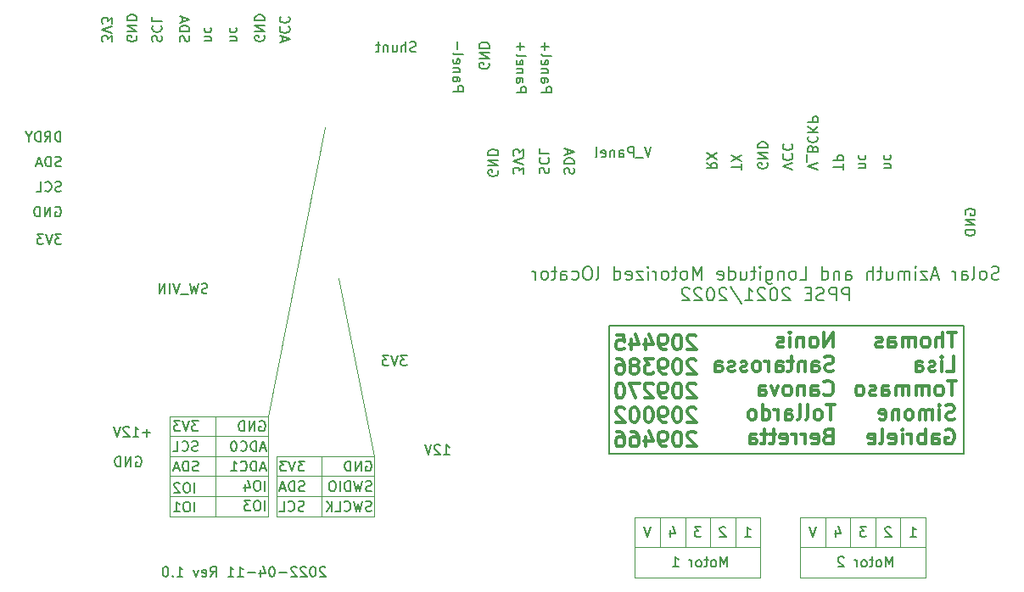
<source format=gbr>
%TF.GenerationSoftware,KiCad,Pcbnew,(6.0.4)*%
%TF.CreationDate,2022-04-12T11:12:27+02:00*%
%TF.ProjectId,PPSE_2021,50505345-5f32-4303-9231-2e6b69636164,rev?*%
%TF.SameCoordinates,Original*%
%TF.FileFunction,Legend,Bot*%
%TF.FilePolarity,Positive*%
%FSLAX46Y46*%
G04 Gerber Fmt 4.6, Leading zero omitted, Abs format (unit mm)*
G04 Created by KiCad (PCBNEW (6.0.4)) date 2022-04-12 11:12:27*
%MOMM*%
%LPD*%
G01*
G04 APERTURE LIST*
%ADD10C,0.120000*%
%ADD11C,0.200000*%
%ADD12C,0.150000*%
%ADD13C,0.300000*%
G04 APERTURE END LIST*
D10*
X171250000Y-130650000D02*
X171250000Y-127650000D01*
X113950000Y-123550000D02*
X123750000Y-123550000D01*
D11*
X182550000Y-121350000D02*
X147150000Y-121350000D01*
X147150000Y-121350000D02*
X147150000Y-108550000D01*
X147150000Y-108550000D02*
X182550000Y-108550000D01*
X182550000Y-108550000D02*
X182550000Y-121350000D01*
D10*
X103349657Y-125550000D02*
X113149657Y-125550000D01*
X173750000Y-130650000D02*
X173750000Y-127650000D01*
X168750000Y-130650000D02*
X168750000Y-127650000D01*
X159750000Y-127650000D02*
X159750000Y-130650000D01*
X107849657Y-127550000D02*
X107849657Y-121550000D01*
X166250000Y-130650000D02*
X178750000Y-130650000D01*
X103349657Y-123550000D02*
X113149657Y-123550000D01*
X176250000Y-130650000D02*
X173750000Y-130650000D01*
X113149657Y-117550000D02*
X118850000Y-88750000D01*
X166250000Y-127650000D02*
X178750000Y-127650000D01*
X178750000Y-127650000D02*
X178750000Y-133650000D01*
X178750000Y-133650000D02*
X166250000Y-133650000D01*
X166250000Y-133650000D02*
X166250000Y-127650000D01*
X103349657Y-117550000D02*
X113149657Y-117550000D01*
X113149657Y-117550000D02*
X113149657Y-127550000D01*
X113149657Y-127550000D02*
X103349657Y-127550000D01*
X103349657Y-127550000D02*
X103349657Y-117550000D01*
X154750000Y-130650000D02*
X154750000Y-127650000D01*
X103349657Y-121550000D02*
X113149657Y-121550000D01*
X149750000Y-130650000D02*
X162250000Y-130650000D01*
X118450000Y-127550000D02*
X118450000Y-121550000D01*
X113950000Y-121550000D02*
X123750000Y-121550000D01*
X123750000Y-121550000D02*
X123750000Y-127550000D01*
X123750000Y-127550000D02*
X113950000Y-127550000D01*
X113950000Y-127550000D02*
X113950000Y-121550000D01*
X107849657Y-123550000D02*
X107849657Y-117550000D01*
X123750000Y-121550000D02*
X120150000Y-103750000D01*
X149750000Y-127650000D02*
X162250000Y-127650000D01*
X162250000Y-127650000D02*
X162250000Y-133650000D01*
X162250000Y-133650000D02*
X149750000Y-133650000D01*
X149750000Y-133650000D02*
X149750000Y-127650000D01*
X157250000Y-130650000D02*
X157250000Y-127650000D01*
X152250000Y-130650000D02*
X152250000Y-127650000D01*
X113950000Y-125550000D02*
X123750000Y-125550000D01*
X176250000Y-127650000D02*
X176250000Y-130650000D01*
X159750000Y-130650000D02*
X157250000Y-130650000D01*
X103349657Y-119550000D02*
X113149657Y-119550000D01*
D11*
X186065238Y-103879690D02*
X185879523Y-103941595D01*
X185570000Y-103941595D01*
X185446190Y-103879690D01*
X185384285Y-103817785D01*
X185322380Y-103693976D01*
X185322380Y-103570166D01*
X185384285Y-103446357D01*
X185446190Y-103384452D01*
X185570000Y-103322547D01*
X185817619Y-103260642D01*
X185941428Y-103198738D01*
X186003333Y-103136833D01*
X186065238Y-103013023D01*
X186065238Y-102889214D01*
X186003333Y-102765404D01*
X185941428Y-102703500D01*
X185817619Y-102641595D01*
X185508095Y-102641595D01*
X185322380Y-102703500D01*
X184579523Y-103941595D02*
X184703333Y-103879690D01*
X184765238Y-103817785D01*
X184827142Y-103693976D01*
X184827142Y-103322547D01*
X184765238Y-103198738D01*
X184703333Y-103136833D01*
X184579523Y-103074928D01*
X184393809Y-103074928D01*
X184270000Y-103136833D01*
X184208095Y-103198738D01*
X184146190Y-103322547D01*
X184146190Y-103693976D01*
X184208095Y-103817785D01*
X184270000Y-103879690D01*
X184393809Y-103941595D01*
X184579523Y-103941595D01*
X183403333Y-103941595D02*
X183527142Y-103879690D01*
X183589047Y-103755880D01*
X183589047Y-102641595D01*
X182350952Y-103941595D02*
X182350952Y-103260642D01*
X182412857Y-103136833D01*
X182536666Y-103074928D01*
X182784285Y-103074928D01*
X182908095Y-103136833D01*
X182350952Y-103879690D02*
X182474761Y-103941595D01*
X182784285Y-103941595D01*
X182908095Y-103879690D01*
X182970000Y-103755880D01*
X182970000Y-103632071D01*
X182908095Y-103508261D01*
X182784285Y-103446357D01*
X182474761Y-103446357D01*
X182350952Y-103384452D01*
X181731904Y-103941595D02*
X181731904Y-103074928D01*
X181731904Y-103322547D02*
X181670000Y-103198738D01*
X181608095Y-103136833D01*
X181484285Y-103074928D01*
X181360476Y-103074928D01*
X179998571Y-103570166D02*
X179379523Y-103570166D01*
X180122380Y-103941595D02*
X179689047Y-102641595D01*
X179255714Y-103941595D01*
X178946190Y-103074928D02*
X178265238Y-103074928D01*
X178946190Y-103941595D01*
X178265238Y-103941595D01*
X177770000Y-103941595D02*
X177770000Y-103074928D01*
X177770000Y-102641595D02*
X177831904Y-102703500D01*
X177770000Y-102765404D01*
X177708095Y-102703500D01*
X177770000Y-102641595D01*
X177770000Y-102765404D01*
X177150952Y-103941595D02*
X177150952Y-103074928D01*
X177150952Y-103198738D02*
X177089047Y-103136833D01*
X176965238Y-103074928D01*
X176779523Y-103074928D01*
X176655714Y-103136833D01*
X176593809Y-103260642D01*
X176593809Y-103941595D01*
X176593809Y-103260642D02*
X176531904Y-103136833D01*
X176408095Y-103074928D01*
X176222380Y-103074928D01*
X176098571Y-103136833D01*
X176036666Y-103260642D01*
X176036666Y-103941595D01*
X174860476Y-103074928D02*
X174860476Y-103941595D01*
X175417619Y-103074928D02*
X175417619Y-103755880D01*
X175355714Y-103879690D01*
X175231904Y-103941595D01*
X175046190Y-103941595D01*
X174922380Y-103879690D01*
X174860476Y-103817785D01*
X174427142Y-103074928D02*
X173931904Y-103074928D01*
X174241428Y-102641595D02*
X174241428Y-103755880D01*
X174179523Y-103879690D01*
X174055714Y-103941595D01*
X173931904Y-103941595D01*
X173498571Y-103941595D02*
X173498571Y-102641595D01*
X172941428Y-103941595D02*
X172941428Y-103260642D01*
X173003333Y-103136833D01*
X173127142Y-103074928D01*
X173312857Y-103074928D01*
X173436666Y-103136833D01*
X173498571Y-103198738D01*
X170774761Y-103941595D02*
X170774761Y-103260642D01*
X170836666Y-103136833D01*
X170960476Y-103074928D01*
X171208095Y-103074928D01*
X171331904Y-103136833D01*
X170774761Y-103879690D02*
X170898571Y-103941595D01*
X171208095Y-103941595D01*
X171331904Y-103879690D01*
X171393809Y-103755880D01*
X171393809Y-103632071D01*
X171331904Y-103508261D01*
X171208095Y-103446357D01*
X170898571Y-103446357D01*
X170774761Y-103384452D01*
X170155714Y-103074928D02*
X170155714Y-103941595D01*
X170155714Y-103198738D02*
X170093809Y-103136833D01*
X169970000Y-103074928D01*
X169784285Y-103074928D01*
X169660476Y-103136833D01*
X169598571Y-103260642D01*
X169598571Y-103941595D01*
X168422380Y-103941595D02*
X168422380Y-102641595D01*
X168422380Y-103879690D02*
X168546190Y-103941595D01*
X168793809Y-103941595D01*
X168917619Y-103879690D01*
X168979523Y-103817785D01*
X169041428Y-103693976D01*
X169041428Y-103322547D01*
X168979523Y-103198738D01*
X168917619Y-103136833D01*
X168793809Y-103074928D01*
X168546190Y-103074928D01*
X168422380Y-103136833D01*
X166193809Y-103941595D02*
X166812857Y-103941595D01*
X166812857Y-102641595D01*
X165574761Y-103941595D02*
X165698571Y-103879690D01*
X165760476Y-103817785D01*
X165822380Y-103693976D01*
X165822380Y-103322547D01*
X165760476Y-103198738D01*
X165698571Y-103136833D01*
X165574761Y-103074928D01*
X165389047Y-103074928D01*
X165265238Y-103136833D01*
X165203333Y-103198738D01*
X165141428Y-103322547D01*
X165141428Y-103693976D01*
X165203333Y-103817785D01*
X165265238Y-103879690D01*
X165389047Y-103941595D01*
X165574761Y-103941595D01*
X164584285Y-103074928D02*
X164584285Y-103941595D01*
X164584285Y-103198738D02*
X164522380Y-103136833D01*
X164398571Y-103074928D01*
X164212857Y-103074928D01*
X164089047Y-103136833D01*
X164027142Y-103260642D01*
X164027142Y-103941595D01*
X162850952Y-103074928D02*
X162850952Y-104127309D01*
X162912857Y-104251119D01*
X162974761Y-104313023D01*
X163098571Y-104374928D01*
X163284285Y-104374928D01*
X163408095Y-104313023D01*
X162850952Y-103879690D02*
X162974761Y-103941595D01*
X163222380Y-103941595D01*
X163346190Y-103879690D01*
X163408095Y-103817785D01*
X163470000Y-103693976D01*
X163470000Y-103322547D01*
X163408095Y-103198738D01*
X163346190Y-103136833D01*
X163222380Y-103074928D01*
X162974761Y-103074928D01*
X162850952Y-103136833D01*
X162231904Y-103941595D02*
X162231904Y-103074928D01*
X162231904Y-102641595D02*
X162293809Y-102703500D01*
X162231904Y-102765404D01*
X162170000Y-102703500D01*
X162231904Y-102641595D01*
X162231904Y-102765404D01*
X161798571Y-103074928D02*
X161303333Y-103074928D01*
X161612857Y-102641595D02*
X161612857Y-103755880D01*
X161550952Y-103879690D01*
X161427142Y-103941595D01*
X161303333Y-103941595D01*
X160312857Y-103074928D02*
X160312857Y-103941595D01*
X160870000Y-103074928D02*
X160870000Y-103755880D01*
X160808095Y-103879690D01*
X160684285Y-103941595D01*
X160498571Y-103941595D01*
X160374761Y-103879690D01*
X160312857Y-103817785D01*
X159136666Y-103941595D02*
X159136666Y-102641595D01*
X159136666Y-103879690D02*
X159260476Y-103941595D01*
X159508095Y-103941595D01*
X159631904Y-103879690D01*
X159693809Y-103817785D01*
X159755714Y-103693976D01*
X159755714Y-103322547D01*
X159693809Y-103198738D01*
X159631904Y-103136833D01*
X159508095Y-103074928D01*
X159260476Y-103074928D01*
X159136666Y-103136833D01*
X158022380Y-103879690D02*
X158146190Y-103941595D01*
X158393809Y-103941595D01*
X158517619Y-103879690D01*
X158579523Y-103755880D01*
X158579523Y-103260642D01*
X158517619Y-103136833D01*
X158393809Y-103074928D01*
X158146190Y-103074928D01*
X158022380Y-103136833D01*
X157960476Y-103260642D01*
X157960476Y-103384452D01*
X158579523Y-103508261D01*
X156412857Y-103941595D02*
X156412857Y-102641595D01*
X155979523Y-103570166D01*
X155546190Y-102641595D01*
X155546190Y-103941595D01*
X154741428Y-103941595D02*
X154865238Y-103879690D01*
X154927142Y-103817785D01*
X154989047Y-103693976D01*
X154989047Y-103322547D01*
X154927142Y-103198738D01*
X154865238Y-103136833D01*
X154741428Y-103074928D01*
X154555714Y-103074928D01*
X154431904Y-103136833D01*
X154370000Y-103198738D01*
X154308095Y-103322547D01*
X154308095Y-103693976D01*
X154370000Y-103817785D01*
X154431904Y-103879690D01*
X154555714Y-103941595D01*
X154741428Y-103941595D01*
X153936666Y-103074928D02*
X153441428Y-103074928D01*
X153750952Y-102641595D02*
X153750952Y-103755880D01*
X153689047Y-103879690D01*
X153565238Y-103941595D01*
X153441428Y-103941595D01*
X152822380Y-103941595D02*
X152946190Y-103879690D01*
X153008095Y-103817785D01*
X153070000Y-103693976D01*
X153070000Y-103322547D01*
X153008095Y-103198738D01*
X152946190Y-103136833D01*
X152822380Y-103074928D01*
X152636666Y-103074928D01*
X152512857Y-103136833D01*
X152450952Y-103198738D01*
X152389047Y-103322547D01*
X152389047Y-103693976D01*
X152450952Y-103817785D01*
X152512857Y-103879690D01*
X152636666Y-103941595D01*
X152822380Y-103941595D01*
X151831904Y-103941595D02*
X151831904Y-103074928D01*
X151831904Y-103322547D02*
X151770000Y-103198738D01*
X151708095Y-103136833D01*
X151584285Y-103074928D01*
X151460476Y-103074928D01*
X151027142Y-103941595D02*
X151027142Y-103074928D01*
X151027142Y-102641595D02*
X151089047Y-102703500D01*
X151027142Y-102765404D01*
X150965238Y-102703500D01*
X151027142Y-102641595D01*
X151027142Y-102765404D01*
X150531904Y-103074928D02*
X149850952Y-103074928D01*
X150531904Y-103941595D01*
X149850952Y-103941595D01*
X148860476Y-103879690D02*
X148984285Y-103941595D01*
X149231904Y-103941595D01*
X149355714Y-103879690D01*
X149417619Y-103755880D01*
X149417619Y-103260642D01*
X149355714Y-103136833D01*
X149231904Y-103074928D01*
X148984285Y-103074928D01*
X148860476Y-103136833D01*
X148798571Y-103260642D01*
X148798571Y-103384452D01*
X149417619Y-103508261D01*
X147684285Y-103941595D02*
X147684285Y-102641595D01*
X147684285Y-103879690D02*
X147808095Y-103941595D01*
X148055714Y-103941595D01*
X148179523Y-103879690D01*
X148241428Y-103817785D01*
X148303333Y-103693976D01*
X148303333Y-103322547D01*
X148241428Y-103198738D01*
X148179523Y-103136833D01*
X148055714Y-103074928D01*
X147808095Y-103074928D01*
X147684285Y-103136833D01*
X145889047Y-103941595D02*
X146012857Y-103879690D01*
X146074761Y-103755880D01*
X146074761Y-102641595D01*
X145146190Y-102641595D02*
X144898571Y-102641595D01*
X144774761Y-102703500D01*
X144650952Y-102827309D01*
X144589047Y-103074928D01*
X144589047Y-103508261D01*
X144650952Y-103755880D01*
X144774761Y-103879690D01*
X144898571Y-103941595D01*
X145146190Y-103941595D01*
X145270000Y-103879690D01*
X145393809Y-103755880D01*
X145455714Y-103508261D01*
X145455714Y-103074928D01*
X145393809Y-102827309D01*
X145270000Y-102703500D01*
X145146190Y-102641595D01*
X143474761Y-103879690D02*
X143598571Y-103941595D01*
X143846190Y-103941595D01*
X143970000Y-103879690D01*
X144031904Y-103817785D01*
X144093809Y-103693976D01*
X144093809Y-103322547D01*
X144031904Y-103198738D01*
X143970000Y-103136833D01*
X143846190Y-103074928D01*
X143598571Y-103074928D01*
X143474761Y-103136833D01*
X142360476Y-103941595D02*
X142360476Y-103260642D01*
X142422380Y-103136833D01*
X142546190Y-103074928D01*
X142793809Y-103074928D01*
X142917619Y-103136833D01*
X142360476Y-103879690D02*
X142484285Y-103941595D01*
X142793809Y-103941595D01*
X142917619Y-103879690D01*
X142979523Y-103755880D01*
X142979523Y-103632071D01*
X142917619Y-103508261D01*
X142793809Y-103446357D01*
X142484285Y-103446357D01*
X142360476Y-103384452D01*
X141927142Y-103074928D02*
X141431904Y-103074928D01*
X141741428Y-102641595D02*
X141741428Y-103755880D01*
X141679523Y-103879690D01*
X141555714Y-103941595D01*
X141431904Y-103941595D01*
X140812857Y-103941595D02*
X140936666Y-103879690D01*
X140998571Y-103817785D01*
X141060476Y-103693976D01*
X141060476Y-103322547D01*
X140998571Y-103198738D01*
X140936666Y-103136833D01*
X140812857Y-103074928D01*
X140627142Y-103074928D01*
X140503333Y-103136833D01*
X140441428Y-103198738D01*
X140379523Y-103322547D01*
X140379523Y-103693976D01*
X140441428Y-103817785D01*
X140503333Y-103879690D01*
X140627142Y-103941595D01*
X140812857Y-103941595D01*
X139822380Y-103941595D02*
X139822380Y-103074928D01*
X139822380Y-103322547D02*
X139760476Y-103198738D01*
X139698571Y-103136833D01*
X139574761Y-103074928D01*
X139450952Y-103074928D01*
X171146190Y-106034595D02*
X171146190Y-104734595D01*
X170650952Y-104734595D01*
X170527142Y-104796500D01*
X170465238Y-104858404D01*
X170403333Y-104982214D01*
X170403333Y-105167928D01*
X170465238Y-105291738D01*
X170527142Y-105353642D01*
X170650952Y-105415547D01*
X171146190Y-105415547D01*
X169846190Y-106034595D02*
X169846190Y-104734595D01*
X169350952Y-104734595D01*
X169227142Y-104796500D01*
X169165238Y-104858404D01*
X169103333Y-104982214D01*
X169103333Y-105167928D01*
X169165238Y-105291738D01*
X169227142Y-105353642D01*
X169350952Y-105415547D01*
X169846190Y-105415547D01*
X168608095Y-105972690D02*
X168422380Y-106034595D01*
X168112857Y-106034595D01*
X167989047Y-105972690D01*
X167927142Y-105910785D01*
X167865238Y-105786976D01*
X167865238Y-105663166D01*
X167927142Y-105539357D01*
X167989047Y-105477452D01*
X168112857Y-105415547D01*
X168360476Y-105353642D01*
X168484285Y-105291738D01*
X168546190Y-105229833D01*
X168608095Y-105106023D01*
X168608095Y-104982214D01*
X168546190Y-104858404D01*
X168484285Y-104796500D01*
X168360476Y-104734595D01*
X168050952Y-104734595D01*
X167865238Y-104796500D01*
X167308095Y-105353642D02*
X166874761Y-105353642D01*
X166689047Y-106034595D02*
X167308095Y-106034595D01*
X167308095Y-104734595D01*
X166689047Y-104734595D01*
X165203333Y-104858404D02*
X165141428Y-104796500D01*
X165017619Y-104734595D01*
X164708095Y-104734595D01*
X164584285Y-104796500D01*
X164522380Y-104858404D01*
X164460476Y-104982214D01*
X164460476Y-105106023D01*
X164522380Y-105291738D01*
X165265238Y-106034595D01*
X164460476Y-106034595D01*
X163655714Y-104734595D02*
X163531904Y-104734595D01*
X163408095Y-104796500D01*
X163346190Y-104858404D01*
X163284285Y-104982214D01*
X163222380Y-105229833D01*
X163222380Y-105539357D01*
X163284285Y-105786976D01*
X163346190Y-105910785D01*
X163408095Y-105972690D01*
X163531904Y-106034595D01*
X163655714Y-106034595D01*
X163779523Y-105972690D01*
X163841428Y-105910785D01*
X163903333Y-105786976D01*
X163965238Y-105539357D01*
X163965238Y-105229833D01*
X163903333Y-104982214D01*
X163841428Y-104858404D01*
X163779523Y-104796500D01*
X163655714Y-104734595D01*
X162727142Y-104858404D02*
X162665238Y-104796500D01*
X162541428Y-104734595D01*
X162231904Y-104734595D01*
X162108095Y-104796500D01*
X162046190Y-104858404D01*
X161984285Y-104982214D01*
X161984285Y-105106023D01*
X162046190Y-105291738D01*
X162789047Y-106034595D01*
X161984285Y-106034595D01*
X160746190Y-106034595D02*
X161489047Y-106034595D01*
X161117619Y-106034595D02*
X161117619Y-104734595D01*
X161241428Y-104920309D01*
X161365238Y-105044119D01*
X161489047Y-105106023D01*
X159260476Y-104672690D02*
X160374761Y-106344119D01*
X158889047Y-104858404D02*
X158827142Y-104796500D01*
X158703333Y-104734595D01*
X158393809Y-104734595D01*
X158270000Y-104796500D01*
X158208095Y-104858404D01*
X158146190Y-104982214D01*
X158146190Y-105106023D01*
X158208095Y-105291738D01*
X158950952Y-106034595D01*
X158146190Y-106034595D01*
X157341428Y-104734595D02*
X157217619Y-104734595D01*
X157093809Y-104796500D01*
X157031904Y-104858404D01*
X156970000Y-104982214D01*
X156908095Y-105229833D01*
X156908095Y-105539357D01*
X156970000Y-105786976D01*
X157031904Y-105910785D01*
X157093809Y-105972690D01*
X157217619Y-106034595D01*
X157341428Y-106034595D01*
X157465238Y-105972690D01*
X157527142Y-105910785D01*
X157589047Y-105786976D01*
X157650952Y-105539357D01*
X157650952Y-105229833D01*
X157589047Y-104982214D01*
X157527142Y-104858404D01*
X157465238Y-104796500D01*
X157341428Y-104734595D01*
X156412857Y-104858404D02*
X156350952Y-104796500D01*
X156227142Y-104734595D01*
X155917619Y-104734595D01*
X155793809Y-104796500D01*
X155731904Y-104858404D01*
X155670000Y-104982214D01*
X155670000Y-105106023D01*
X155731904Y-105291738D01*
X156474761Y-106034595D01*
X155670000Y-106034595D01*
X155174761Y-104858404D02*
X155112857Y-104796500D01*
X154989047Y-104734595D01*
X154679523Y-104734595D01*
X154555714Y-104796500D01*
X154493809Y-104858404D01*
X154431904Y-104982214D01*
X154431904Y-105106023D01*
X154493809Y-105291738D01*
X155236666Y-106034595D01*
X154431904Y-106034595D01*
D12*
X106118585Y-121004761D02*
X105975728Y-121052380D01*
X105737633Y-121052380D01*
X105642395Y-121004761D01*
X105594776Y-120957142D01*
X105547157Y-120861904D01*
X105547157Y-120766666D01*
X105594776Y-120671428D01*
X105642395Y-120623809D01*
X105737633Y-120576190D01*
X105928109Y-120528571D01*
X106023347Y-120480952D01*
X106070966Y-120433333D01*
X106118585Y-120338095D01*
X106118585Y-120242857D01*
X106070966Y-120147619D01*
X106023347Y-120100000D01*
X105928109Y-120052380D01*
X105690014Y-120052380D01*
X105547157Y-120100000D01*
X104547157Y-120957142D02*
X104594776Y-121004761D01*
X104737633Y-121052380D01*
X104832871Y-121052380D01*
X104975728Y-121004761D01*
X105070966Y-120909523D01*
X105118585Y-120814285D01*
X105166204Y-120623809D01*
X105166204Y-120480952D01*
X105118585Y-120290476D01*
X105070966Y-120195238D01*
X104975728Y-120100000D01*
X104832871Y-120052380D01*
X104737633Y-120052380D01*
X104594776Y-120100000D01*
X104547157Y-120147619D01*
X103642395Y-121052380D02*
X104118585Y-121052380D01*
X104118585Y-120052380D01*
X165497619Y-92957261D02*
X164497619Y-92623928D01*
X165497619Y-92290595D01*
X164592857Y-91385833D02*
X164545238Y-91433452D01*
X164497619Y-91576309D01*
X164497619Y-91671547D01*
X164545238Y-91814404D01*
X164640476Y-91909642D01*
X164735714Y-91957261D01*
X164926190Y-92004880D01*
X165069047Y-92004880D01*
X165259523Y-91957261D01*
X165354761Y-91909642D01*
X165450000Y-91814404D01*
X165497619Y-91671547D01*
X165497619Y-91576309D01*
X165450000Y-91433452D01*
X165402380Y-91385833D01*
X164592857Y-90385833D02*
X164545238Y-90433452D01*
X164497619Y-90576309D01*
X164497619Y-90671547D01*
X164545238Y-90814404D01*
X164640476Y-90909642D01*
X164735714Y-90957261D01*
X164926190Y-91004880D01*
X165069047Y-91004880D01*
X165259523Y-90957261D01*
X165354761Y-90909642D01*
X165450000Y-90814404D01*
X165497619Y-90671547D01*
X165497619Y-90576309D01*
X165450000Y-90433452D01*
X165402380Y-90385833D01*
X172764285Y-92814404D02*
X172097619Y-92814404D01*
X172669047Y-92814404D02*
X172716666Y-92766785D01*
X172764285Y-92671547D01*
X172764285Y-92528690D01*
X172716666Y-92433452D01*
X172621428Y-92385833D01*
X172097619Y-92385833D01*
X172145238Y-91481071D02*
X172097619Y-91576309D01*
X172097619Y-91766785D01*
X172145238Y-91862023D01*
X172192857Y-91909642D01*
X172288095Y-91957261D01*
X172573809Y-91957261D01*
X172669047Y-91909642D01*
X172716666Y-91862023D01*
X172764285Y-91766785D01*
X172764285Y-91576309D01*
X172716666Y-91481071D01*
X156333333Y-128602380D02*
X155714285Y-128602380D01*
X156047619Y-128983333D01*
X155904761Y-128983333D01*
X155809523Y-129030952D01*
X155761904Y-129078571D01*
X155714285Y-129173809D01*
X155714285Y-129411904D01*
X155761904Y-129507142D01*
X155809523Y-129554761D01*
X155904761Y-129602380D01*
X156190476Y-129602380D01*
X156285714Y-129554761D01*
X156333333Y-129507142D01*
X136050000Y-93033214D02*
X136097619Y-93128452D01*
X136097619Y-93271309D01*
X136050000Y-93414166D01*
X135954761Y-93509404D01*
X135859523Y-93557023D01*
X135669047Y-93604642D01*
X135526190Y-93604642D01*
X135335714Y-93557023D01*
X135240476Y-93509404D01*
X135145238Y-93414166D01*
X135097619Y-93271309D01*
X135097619Y-93176071D01*
X135145238Y-93033214D01*
X135192857Y-92985595D01*
X135526190Y-92985595D01*
X135526190Y-93176071D01*
X135097619Y-92557023D02*
X136097619Y-92557023D01*
X135097619Y-91985595D01*
X136097619Y-91985595D01*
X135097619Y-91509404D02*
X136097619Y-91509404D01*
X136097619Y-91271309D01*
X136050000Y-91128452D01*
X135954761Y-91033214D01*
X135859523Y-90985595D01*
X135669047Y-90937976D01*
X135526190Y-90937976D01*
X135335714Y-90985595D01*
X135240476Y-91033214D01*
X135145238Y-91128452D01*
X135097619Y-91271309D01*
X135097619Y-91509404D01*
X160714285Y-129602380D02*
X161285714Y-129602380D01*
X161000000Y-129602380D02*
X161000000Y-128602380D01*
X161095238Y-128745238D01*
X161190476Y-128840476D01*
X161285714Y-128888095D01*
X112290252Y-118100000D02*
X112385490Y-118052380D01*
X112528347Y-118052380D01*
X112671204Y-118100000D01*
X112766442Y-118195238D01*
X112814061Y-118290476D01*
X112861680Y-118480952D01*
X112861680Y-118623809D01*
X112814061Y-118814285D01*
X112766442Y-118909523D01*
X112671204Y-119004761D01*
X112528347Y-119052380D01*
X112433109Y-119052380D01*
X112290252Y-119004761D01*
X112242633Y-118957142D01*
X112242633Y-118623809D01*
X112433109Y-118623809D01*
X111814061Y-119052380D02*
X111814061Y-118052380D01*
X111242633Y-119052380D01*
X111242633Y-118052380D01*
X110766442Y-119052380D02*
X110766442Y-118052380D01*
X110528347Y-118052380D01*
X110385490Y-118100000D01*
X110290252Y-118195238D01*
X110242633Y-118290476D01*
X110195014Y-118480952D01*
X110195014Y-118623809D01*
X110242633Y-118814285D01*
X110290252Y-118909523D01*
X110385490Y-119004761D01*
X110528347Y-119052380D01*
X110766442Y-119052380D01*
X142745238Y-93366547D02*
X142697619Y-93223690D01*
X142697619Y-92985595D01*
X142745238Y-92890357D01*
X142792857Y-92842738D01*
X142888095Y-92795119D01*
X142983333Y-92795119D01*
X143078571Y-92842738D01*
X143126190Y-92890357D01*
X143173809Y-92985595D01*
X143221428Y-93176071D01*
X143269047Y-93271309D01*
X143316666Y-93318928D01*
X143411904Y-93366547D01*
X143507142Y-93366547D01*
X143602380Y-93318928D01*
X143650000Y-93271309D01*
X143697619Y-93176071D01*
X143697619Y-92937976D01*
X143650000Y-92795119D01*
X142697619Y-92366547D02*
X143697619Y-92366547D01*
X143697619Y-92128452D01*
X143650000Y-91985595D01*
X143554761Y-91890357D01*
X143459523Y-91842738D01*
X143269047Y-91795119D01*
X143126190Y-91795119D01*
X142935714Y-91842738D01*
X142840476Y-91890357D01*
X142745238Y-91985595D01*
X142697619Y-92128452D01*
X142697619Y-92366547D01*
X142983333Y-91414166D02*
X142983333Y-90937976D01*
X142697619Y-91509404D02*
X143697619Y-91176071D01*
X142697619Y-90842738D01*
X91890595Y-96700000D02*
X91985833Y-96652380D01*
X92128690Y-96652380D01*
X92271547Y-96700000D01*
X92366785Y-96795238D01*
X92414404Y-96890476D01*
X92462023Y-97080952D01*
X92462023Y-97223809D01*
X92414404Y-97414285D01*
X92366785Y-97509523D01*
X92271547Y-97604761D01*
X92128690Y-97652380D01*
X92033452Y-97652380D01*
X91890595Y-97604761D01*
X91842976Y-97557142D01*
X91842976Y-97223809D01*
X92033452Y-97223809D01*
X91414404Y-97652380D02*
X91414404Y-96652380D01*
X90842976Y-97652380D01*
X90842976Y-96652380D01*
X90366785Y-97652380D02*
X90366785Y-96652380D01*
X90128690Y-96652380D01*
X89985833Y-96700000D01*
X89890595Y-96795238D01*
X89842976Y-96890476D01*
X89795357Y-97080952D01*
X89795357Y-97223809D01*
X89842976Y-97414285D01*
X89890595Y-97509523D01*
X89985833Y-97604761D01*
X90128690Y-97652380D01*
X90366785Y-97652380D01*
X151333333Y-128602380D02*
X151000000Y-129602380D01*
X150666666Y-128602380D01*
X92414404Y-90152380D02*
X92414404Y-89152380D01*
X92176309Y-89152380D01*
X92033452Y-89200000D01*
X91938214Y-89295238D01*
X91890595Y-89390476D01*
X91842976Y-89580952D01*
X91842976Y-89723809D01*
X91890595Y-89914285D01*
X91938214Y-90009523D01*
X92033452Y-90104761D01*
X92176309Y-90152380D01*
X92414404Y-90152380D01*
X90842976Y-90152380D02*
X91176309Y-89676190D01*
X91414404Y-90152380D02*
X91414404Y-89152380D01*
X91033452Y-89152380D01*
X90938214Y-89200000D01*
X90890595Y-89247619D01*
X90842976Y-89342857D01*
X90842976Y-89485714D01*
X90890595Y-89580952D01*
X90938214Y-89628571D01*
X91033452Y-89676190D01*
X91414404Y-89676190D01*
X90414404Y-90152380D02*
X90414404Y-89152380D01*
X90176309Y-89152380D01*
X90033452Y-89200000D01*
X89938214Y-89295238D01*
X89890595Y-89390476D01*
X89842976Y-89580952D01*
X89842976Y-89723809D01*
X89890595Y-89914285D01*
X89938214Y-90009523D01*
X90033452Y-90104761D01*
X90176309Y-90152380D01*
X90414404Y-90152380D01*
X89223928Y-89676190D02*
X89223928Y-90152380D01*
X89557261Y-89152380D02*
X89223928Y-89676190D01*
X88890595Y-89152380D01*
X106166204Y-118052380D02*
X105547157Y-118052380D01*
X105880490Y-118433333D01*
X105737633Y-118433333D01*
X105642395Y-118480952D01*
X105594776Y-118528571D01*
X105547157Y-118623809D01*
X105547157Y-118861904D01*
X105594776Y-118957142D01*
X105642395Y-119004761D01*
X105737633Y-119052380D01*
X106023347Y-119052380D01*
X106118585Y-119004761D01*
X106166204Y-118957142D01*
X105261442Y-118052380D02*
X104928109Y-119052380D01*
X104594776Y-118052380D01*
X104356680Y-118052380D02*
X103737633Y-118052380D01*
X104070966Y-118433333D01*
X103928109Y-118433333D01*
X103832871Y-118480952D01*
X103785252Y-118528571D01*
X103737633Y-118623809D01*
X103737633Y-118861904D01*
X103785252Y-118957142D01*
X103832871Y-119004761D01*
X103928109Y-119052380D01*
X104213823Y-119052380D01*
X104309061Y-119004761D01*
X104356680Y-118957142D01*
X122890595Y-122100000D02*
X122985833Y-122052380D01*
X123128690Y-122052380D01*
X123271547Y-122100000D01*
X123366785Y-122195238D01*
X123414404Y-122290476D01*
X123462023Y-122480952D01*
X123462023Y-122623809D01*
X123414404Y-122814285D01*
X123366785Y-122909523D01*
X123271547Y-123004761D01*
X123128690Y-123052380D01*
X123033452Y-123052380D01*
X122890595Y-123004761D01*
X122842976Y-122957142D01*
X122842976Y-122623809D01*
X123033452Y-122623809D01*
X122414404Y-123052380D02*
X122414404Y-122052380D01*
X121842976Y-123052380D01*
X121842976Y-122052380D01*
X121366785Y-123052380D02*
X121366785Y-122052380D01*
X121128690Y-122052380D01*
X120985833Y-122100000D01*
X120890595Y-122195238D01*
X120842976Y-122290476D01*
X120795357Y-122480952D01*
X120795357Y-122623809D01*
X120842976Y-122814285D01*
X120890595Y-122909523D01*
X120985833Y-123004761D01*
X121128690Y-123052380D01*
X121366785Y-123052380D01*
X123462023Y-127004761D02*
X123319166Y-127052380D01*
X123081071Y-127052380D01*
X122985833Y-127004761D01*
X122938214Y-126957142D01*
X122890595Y-126861904D01*
X122890595Y-126766666D01*
X122938214Y-126671428D01*
X122985833Y-126623809D01*
X123081071Y-126576190D01*
X123271547Y-126528571D01*
X123366785Y-126480952D01*
X123414404Y-126433333D01*
X123462023Y-126338095D01*
X123462023Y-126242857D01*
X123414404Y-126147619D01*
X123366785Y-126100000D01*
X123271547Y-126052380D01*
X123033452Y-126052380D01*
X122890595Y-126100000D01*
X122557261Y-126052380D02*
X122319166Y-127052380D01*
X122128690Y-126338095D01*
X121938214Y-127052380D01*
X121700119Y-126052380D01*
X120747738Y-126957142D02*
X120795357Y-127004761D01*
X120938214Y-127052380D01*
X121033452Y-127052380D01*
X121176309Y-127004761D01*
X121271547Y-126909523D01*
X121319166Y-126814285D01*
X121366785Y-126623809D01*
X121366785Y-126480952D01*
X121319166Y-126290476D01*
X121271547Y-126195238D01*
X121176309Y-126100000D01*
X121033452Y-126052380D01*
X120938214Y-126052380D01*
X120795357Y-126100000D01*
X120747738Y-126147619D01*
X119842976Y-127052380D02*
X120319166Y-127052380D01*
X120319166Y-126052380D01*
X119509642Y-127052380D02*
X119509642Y-126052380D01*
X118938214Y-127052380D02*
X119366785Y-126480952D01*
X118938214Y-126052380D02*
X119509642Y-126623809D01*
X114583333Y-80162023D02*
X114583333Y-79685833D01*
X114297619Y-80257261D02*
X115297619Y-79923928D01*
X114297619Y-79590595D01*
X114392857Y-78685833D02*
X114345238Y-78733452D01*
X114297619Y-78876309D01*
X114297619Y-78971547D01*
X114345238Y-79114404D01*
X114440476Y-79209642D01*
X114535714Y-79257261D01*
X114726190Y-79304880D01*
X114869047Y-79304880D01*
X115059523Y-79257261D01*
X115154761Y-79209642D01*
X115250000Y-79114404D01*
X115297619Y-78971547D01*
X115297619Y-78876309D01*
X115250000Y-78733452D01*
X115202380Y-78685833D01*
X114392857Y-77685833D02*
X114345238Y-77733452D01*
X114297619Y-77876309D01*
X114297619Y-77971547D01*
X114345238Y-78114404D01*
X114440476Y-78209642D01*
X114535714Y-78257261D01*
X114726190Y-78304880D01*
X114869047Y-78304880D01*
X115059523Y-78257261D01*
X115154761Y-78209642D01*
X115250000Y-78114404D01*
X115297619Y-77971547D01*
X115297619Y-77876309D01*
X115250000Y-77733452D01*
X115202380Y-77685833D01*
X182750000Y-97438095D02*
X182702380Y-97342857D01*
X182702380Y-97200000D01*
X182750000Y-97057142D01*
X182845238Y-96961904D01*
X182940476Y-96914285D01*
X183130952Y-96866666D01*
X183273809Y-96866666D01*
X183464285Y-96914285D01*
X183559523Y-96961904D01*
X183654761Y-97057142D01*
X183702380Y-97200000D01*
X183702380Y-97295238D01*
X183654761Y-97438095D01*
X183607142Y-97485714D01*
X183273809Y-97485714D01*
X183273809Y-97295238D01*
X183702380Y-97914285D02*
X182702380Y-97914285D01*
X183702380Y-98485714D01*
X182702380Y-98485714D01*
X183702380Y-98961904D02*
X182702380Y-98961904D01*
X182702380Y-99200000D01*
X182750000Y-99342857D01*
X182845238Y-99438095D01*
X182940476Y-99485714D01*
X183130952Y-99533333D01*
X183273809Y-99533333D01*
X183464285Y-99485714D01*
X183559523Y-99438095D01*
X183654761Y-99342857D01*
X183702380Y-99200000D01*
X183702380Y-98961904D01*
X137902019Y-85237976D02*
X138902019Y-85237976D01*
X138902019Y-84857023D01*
X138854400Y-84761785D01*
X138806780Y-84714166D01*
X138711542Y-84666547D01*
X138568685Y-84666547D01*
X138473447Y-84714166D01*
X138425828Y-84761785D01*
X138378209Y-84857023D01*
X138378209Y-85237976D01*
X137902019Y-83809404D02*
X138425828Y-83809404D01*
X138521066Y-83857023D01*
X138568685Y-83952261D01*
X138568685Y-84142738D01*
X138521066Y-84237976D01*
X137949638Y-83809404D02*
X137902019Y-83904642D01*
X137902019Y-84142738D01*
X137949638Y-84237976D01*
X138044876Y-84285595D01*
X138140114Y-84285595D01*
X138235352Y-84237976D01*
X138282971Y-84142738D01*
X138282971Y-83904642D01*
X138330590Y-83809404D01*
X138568685Y-83333214D02*
X137902019Y-83333214D01*
X138473447Y-83333214D02*
X138521066Y-83285595D01*
X138568685Y-83190357D01*
X138568685Y-83047500D01*
X138521066Y-82952261D01*
X138425828Y-82904642D01*
X137902019Y-82904642D01*
X137949638Y-82047500D02*
X137902019Y-82142738D01*
X137902019Y-82333214D01*
X137949638Y-82428452D01*
X138044876Y-82476071D01*
X138425828Y-82476071D01*
X138521066Y-82428452D01*
X138568685Y-82333214D01*
X138568685Y-82142738D01*
X138521066Y-82047500D01*
X138425828Y-81999880D01*
X138330590Y-81999880D01*
X138235352Y-82476071D01*
X137902019Y-81428452D02*
X137949638Y-81523690D01*
X138044876Y-81571309D01*
X138902019Y-81571309D01*
X138282971Y-81047500D02*
X138282971Y-80285595D01*
X137902019Y-80666547D02*
X138663923Y-80666547D01*
X175285714Y-128697619D02*
X175238095Y-128650000D01*
X175142857Y-128602380D01*
X174904761Y-128602380D01*
X174809523Y-128650000D01*
X174761904Y-128697619D01*
X174714285Y-128792857D01*
X174714285Y-128888095D01*
X174761904Y-129030952D01*
X175333333Y-129602380D01*
X174714285Y-129602380D01*
X105785252Y-125202380D02*
X105785252Y-124202380D01*
X105118585Y-124202380D02*
X104928109Y-124202380D01*
X104832871Y-124250000D01*
X104737633Y-124345238D01*
X104690014Y-124535714D01*
X104690014Y-124869047D01*
X104737633Y-125059523D01*
X104832871Y-125154761D01*
X104928109Y-125202380D01*
X105118585Y-125202380D01*
X105213823Y-125154761D01*
X105309061Y-125059523D01*
X105356680Y-124869047D01*
X105356680Y-124535714D01*
X105309061Y-124345238D01*
X105213823Y-124250000D01*
X105118585Y-124202380D01*
X104309061Y-124297619D02*
X104261442Y-124250000D01*
X104166204Y-124202380D01*
X103928109Y-124202380D01*
X103832871Y-124250000D01*
X103785252Y-124297619D01*
X103737633Y-124392857D01*
X103737633Y-124488095D01*
X103785252Y-124630952D01*
X104356680Y-125202380D01*
X103737633Y-125202380D01*
X172833333Y-128602380D02*
X172214285Y-128602380D01*
X172547619Y-128983333D01*
X172404761Y-128983333D01*
X172309523Y-129030952D01*
X172261904Y-129078571D01*
X172214285Y-129173809D01*
X172214285Y-129411904D01*
X172261904Y-129507142D01*
X172309523Y-129554761D01*
X172404761Y-129602380D01*
X172690476Y-129602380D01*
X172785714Y-129554761D01*
X172833333Y-129507142D01*
X153309523Y-128935714D02*
X153309523Y-129602380D01*
X153547619Y-128554761D02*
X153785714Y-129269047D01*
X153166666Y-129269047D01*
D13*
X169487857Y-110678571D02*
X169487857Y-109178571D01*
X168630714Y-110678571D01*
X168630714Y-109178571D01*
X167702142Y-110678571D02*
X167845000Y-110607142D01*
X167916428Y-110535714D01*
X167987857Y-110392857D01*
X167987857Y-109964285D01*
X167916428Y-109821428D01*
X167845000Y-109750000D01*
X167702142Y-109678571D01*
X167487857Y-109678571D01*
X167345000Y-109750000D01*
X167273571Y-109821428D01*
X167202142Y-109964285D01*
X167202142Y-110392857D01*
X167273571Y-110535714D01*
X167345000Y-110607142D01*
X167487857Y-110678571D01*
X167702142Y-110678571D01*
X166559285Y-109678571D02*
X166559285Y-110678571D01*
X166559285Y-109821428D02*
X166487857Y-109750000D01*
X166345000Y-109678571D01*
X166130714Y-109678571D01*
X165987857Y-109750000D01*
X165916428Y-109892857D01*
X165916428Y-110678571D01*
X165202142Y-110678571D02*
X165202142Y-109678571D01*
X165202142Y-109178571D02*
X165273571Y-109250000D01*
X165202142Y-109321428D01*
X165130714Y-109250000D01*
X165202142Y-109178571D01*
X165202142Y-109321428D01*
X164559285Y-110607142D02*
X164416428Y-110678571D01*
X164130714Y-110678571D01*
X163987857Y-110607142D01*
X163916428Y-110464285D01*
X163916428Y-110392857D01*
X163987857Y-110250000D01*
X164130714Y-110178571D01*
X164345000Y-110178571D01*
X164487857Y-110107142D01*
X164559285Y-109964285D01*
X164559285Y-109892857D01*
X164487857Y-109750000D01*
X164345000Y-109678571D01*
X164130714Y-109678571D01*
X163987857Y-109750000D01*
X169559285Y-113022142D02*
X169345000Y-113093571D01*
X168987857Y-113093571D01*
X168845000Y-113022142D01*
X168773571Y-112950714D01*
X168702142Y-112807857D01*
X168702142Y-112665000D01*
X168773571Y-112522142D01*
X168845000Y-112450714D01*
X168987857Y-112379285D01*
X169273571Y-112307857D01*
X169416428Y-112236428D01*
X169487857Y-112165000D01*
X169559285Y-112022142D01*
X169559285Y-111879285D01*
X169487857Y-111736428D01*
X169416428Y-111665000D01*
X169273571Y-111593571D01*
X168916428Y-111593571D01*
X168702142Y-111665000D01*
X167416428Y-113093571D02*
X167416428Y-112307857D01*
X167487857Y-112165000D01*
X167630714Y-112093571D01*
X167916428Y-112093571D01*
X168059285Y-112165000D01*
X167416428Y-113022142D02*
X167559285Y-113093571D01*
X167916428Y-113093571D01*
X168059285Y-113022142D01*
X168130714Y-112879285D01*
X168130714Y-112736428D01*
X168059285Y-112593571D01*
X167916428Y-112522142D01*
X167559285Y-112522142D01*
X167416428Y-112450714D01*
X166702142Y-112093571D02*
X166702142Y-113093571D01*
X166702142Y-112236428D02*
X166630714Y-112165000D01*
X166487857Y-112093571D01*
X166273571Y-112093571D01*
X166130714Y-112165000D01*
X166059285Y-112307857D01*
X166059285Y-113093571D01*
X165559285Y-112093571D02*
X164987857Y-112093571D01*
X165345000Y-111593571D02*
X165345000Y-112879285D01*
X165273571Y-113022142D01*
X165130714Y-113093571D01*
X164987857Y-113093571D01*
X163845000Y-113093571D02*
X163845000Y-112307857D01*
X163916428Y-112165000D01*
X164059285Y-112093571D01*
X164345000Y-112093571D01*
X164487857Y-112165000D01*
X163845000Y-113022142D02*
X163987857Y-113093571D01*
X164345000Y-113093571D01*
X164487857Y-113022142D01*
X164559285Y-112879285D01*
X164559285Y-112736428D01*
X164487857Y-112593571D01*
X164345000Y-112522142D01*
X163987857Y-112522142D01*
X163845000Y-112450714D01*
X163130714Y-113093571D02*
X163130714Y-112093571D01*
X163130714Y-112379285D02*
X163059285Y-112236428D01*
X162987857Y-112165000D01*
X162845000Y-112093571D01*
X162702142Y-112093571D01*
X161987857Y-113093571D02*
X162130714Y-113022142D01*
X162202142Y-112950714D01*
X162273571Y-112807857D01*
X162273571Y-112379285D01*
X162202142Y-112236428D01*
X162130714Y-112165000D01*
X161987857Y-112093571D01*
X161773571Y-112093571D01*
X161630714Y-112165000D01*
X161559285Y-112236428D01*
X161487857Y-112379285D01*
X161487857Y-112807857D01*
X161559285Y-112950714D01*
X161630714Y-113022142D01*
X161773571Y-113093571D01*
X161987857Y-113093571D01*
X160916428Y-113022142D02*
X160773571Y-113093571D01*
X160487857Y-113093571D01*
X160345000Y-113022142D01*
X160273571Y-112879285D01*
X160273571Y-112807857D01*
X160345000Y-112665000D01*
X160487857Y-112593571D01*
X160702142Y-112593571D01*
X160845000Y-112522142D01*
X160916428Y-112379285D01*
X160916428Y-112307857D01*
X160845000Y-112165000D01*
X160702142Y-112093571D01*
X160487857Y-112093571D01*
X160345000Y-112165000D01*
X159702142Y-113022142D02*
X159559285Y-113093571D01*
X159273571Y-113093571D01*
X159130714Y-113022142D01*
X159059285Y-112879285D01*
X159059285Y-112807857D01*
X159130714Y-112665000D01*
X159273571Y-112593571D01*
X159487857Y-112593571D01*
X159630714Y-112522142D01*
X159702142Y-112379285D01*
X159702142Y-112307857D01*
X159630714Y-112165000D01*
X159487857Y-112093571D01*
X159273571Y-112093571D01*
X159130714Y-112165000D01*
X157773571Y-113093571D02*
X157773571Y-112307857D01*
X157845000Y-112165000D01*
X157987857Y-112093571D01*
X158273571Y-112093571D01*
X158416428Y-112165000D01*
X157773571Y-113022142D02*
X157916428Y-113093571D01*
X158273571Y-113093571D01*
X158416428Y-113022142D01*
X158487857Y-112879285D01*
X158487857Y-112736428D01*
X158416428Y-112593571D01*
X158273571Y-112522142D01*
X157916428Y-112522142D01*
X157773571Y-112450714D01*
X168630714Y-115365714D02*
X168702142Y-115437142D01*
X168916428Y-115508571D01*
X169059285Y-115508571D01*
X169273571Y-115437142D01*
X169416428Y-115294285D01*
X169487857Y-115151428D01*
X169559285Y-114865714D01*
X169559285Y-114651428D01*
X169487857Y-114365714D01*
X169416428Y-114222857D01*
X169273571Y-114080000D01*
X169059285Y-114008571D01*
X168916428Y-114008571D01*
X168702142Y-114080000D01*
X168630714Y-114151428D01*
X167345000Y-115508571D02*
X167345000Y-114722857D01*
X167416428Y-114580000D01*
X167559285Y-114508571D01*
X167845000Y-114508571D01*
X167987857Y-114580000D01*
X167345000Y-115437142D02*
X167487857Y-115508571D01*
X167845000Y-115508571D01*
X167987857Y-115437142D01*
X168059285Y-115294285D01*
X168059285Y-115151428D01*
X167987857Y-115008571D01*
X167845000Y-114937142D01*
X167487857Y-114937142D01*
X167345000Y-114865714D01*
X166630714Y-114508571D02*
X166630714Y-115508571D01*
X166630714Y-114651428D02*
X166559285Y-114580000D01*
X166416428Y-114508571D01*
X166202142Y-114508571D01*
X166059285Y-114580000D01*
X165987857Y-114722857D01*
X165987857Y-115508571D01*
X165059285Y-115508571D02*
X165202142Y-115437142D01*
X165273571Y-115365714D01*
X165345000Y-115222857D01*
X165345000Y-114794285D01*
X165273571Y-114651428D01*
X165202142Y-114580000D01*
X165059285Y-114508571D01*
X164845000Y-114508571D01*
X164702142Y-114580000D01*
X164630714Y-114651428D01*
X164559285Y-114794285D01*
X164559285Y-115222857D01*
X164630714Y-115365714D01*
X164702142Y-115437142D01*
X164845000Y-115508571D01*
X165059285Y-115508571D01*
X164059285Y-114508571D02*
X163702142Y-115508571D01*
X163345000Y-114508571D01*
X162130714Y-115508571D02*
X162130714Y-114722857D01*
X162202142Y-114580000D01*
X162345000Y-114508571D01*
X162630714Y-114508571D01*
X162773571Y-114580000D01*
X162130714Y-115437142D02*
X162273571Y-115508571D01*
X162630714Y-115508571D01*
X162773571Y-115437142D01*
X162845000Y-115294285D01*
X162845000Y-115151428D01*
X162773571Y-115008571D01*
X162630714Y-114937142D01*
X162273571Y-114937142D01*
X162130714Y-114865714D01*
X169702142Y-116423571D02*
X168845000Y-116423571D01*
X169273571Y-117923571D02*
X169273571Y-116423571D01*
X168130714Y-117923571D02*
X168273571Y-117852142D01*
X168345000Y-117780714D01*
X168416428Y-117637857D01*
X168416428Y-117209285D01*
X168345000Y-117066428D01*
X168273571Y-116995000D01*
X168130714Y-116923571D01*
X167916428Y-116923571D01*
X167773571Y-116995000D01*
X167702142Y-117066428D01*
X167630714Y-117209285D01*
X167630714Y-117637857D01*
X167702142Y-117780714D01*
X167773571Y-117852142D01*
X167916428Y-117923571D01*
X168130714Y-117923571D01*
X166773571Y-117923571D02*
X166916428Y-117852142D01*
X166987857Y-117709285D01*
X166987857Y-116423571D01*
X165987857Y-117923571D02*
X166130714Y-117852142D01*
X166202142Y-117709285D01*
X166202142Y-116423571D01*
X164773571Y-117923571D02*
X164773571Y-117137857D01*
X164845000Y-116995000D01*
X164987857Y-116923571D01*
X165273571Y-116923571D01*
X165416428Y-116995000D01*
X164773571Y-117852142D02*
X164916428Y-117923571D01*
X165273571Y-117923571D01*
X165416428Y-117852142D01*
X165487857Y-117709285D01*
X165487857Y-117566428D01*
X165416428Y-117423571D01*
X165273571Y-117352142D01*
X164916428Y-117352142D01*
X164773571Y-117280714D01*
X164059285Y-117923571D02*
X164059285Y-116923571D01*
X164059285Y-117209285D02*
X163987857Y-117066428D01*
X163916428Y-116995000D01*
X163773571Y-116923571D01*
X163630714Y-116923571D01*
X162487857Y-117923571D02*
X162487857Y-116423571D01*
X162487857Y-117852142D02*
X162630714Y-117923571D01*
X162916428Y-117923571D01*
X163059285Y-117852142D01*
X163130714Y-117780714D01*
X163202142Y-117637857D01*
X163202142Y-117209285D01*
X163130714Y-117066428D01*
X163059285Y-116995000D01*
X162916428Y-116923571D01*
X162630714Y-116923571D01*
X162487857Y-116995000D01*
X161559285Y-117923571D02*
X161702142Y-117852142D01*
X161773571Y-117780714D01*
X161845000Y-117637857D01*
X161845000Y-117209285D01*
X161773571Y-117066428D01*
X161702142Y-116995000D01*
X161559285Y-116923571D01*
X161345000Y-116923571D01*
X161202142Y-116995000D01*
X161130714Y-117066428D01*
X161059285Y-117209285D01*
X161059285Y-117637857D01*
X161130714Y-117780714D01*
X161202142Y-117852142D01*
X161345000Y-117923571D01*
X161559285Y-117923571D01*
X168987857Y-119552857D02*
X168773571Y-119624285D01*
X168702142Y-119695714D01*
X168630714Y-119838571D01*
X168630714Y-120052857D01*
X168702142Y-120195714D01*
X168773571Y-120267142D01*
X168916428Y-120338571D01*
X169487857Y-120338571D01*
X169487857Y-118838571D01*
X168987857Y-118838571D01*
X168845000Y-118910000D01*
X168773571Y-118981428D01*
X168702142Y-119124285D01*
X168702142Y-119267142D01*
X168773571Y-119410000D01*
X168845000Y-119481428D01*
X168987857Y-119552857D01*
X169487857Y-119552857D01*
X167416428Y-120267142D02*
X167559285Y-120338571D01*
X167845000Y-120338571D01*
X167987857Y-120267142D01*
X168059285Y-120124285D01*
X168059285Y-119552857D01*
X167987857Y-119410000D01*
X167845000Y-119338571D01*
X167559285Y-119338571D01*
X167416428Y-119410000D01*
X167345000Y-119552857D01*
X167345000Y-119695714D01*
X168059285Y-119838571D01*
X166702142Y-120338571D02*
X166702142Y-119338571D01*
X166702142Y-119624285D02*
X166630714Y-119481428D01*
X166559285Y-119410000D01*
X166416428Y-119338571D01*
X166273571Y-119338571D01*
X165773571Y-120338571D02*
X165773571Y-119338571D01*
X165773571Y-119624285D02*
X165702142Y-119481428D01*
X165630714Y-119410000D01*
X165487857Y-119338571D01*
X165345000Y-119338571D01*
X164273571Y-120267142D02*
X164416428Y-120338571D01*
X164702142Y-120338571D01*
X164845000Y-120267142D01*
X164916428Y-120124285D01*
X164916428Y-119552857D01*
X164845000Y-119410000D01*
X164702142Y-119338571D01*
X164416428Y-119338571D01*
X164273571Y-119410000D01*
X164202142Y-119552857D01*
X164202142Y-119695714D01*
X164916428Y-119838571D01*
X163773571Y-119338571D02*
X163202142Y-119338571D01*
X163559285Y-118838571D02*
X163559285Y-120124285D01*
X163487857Y-120267142D01*
X163345000Y-120338571D01*
X163202142Y-120338571D01*
X162916428Y-119338571D02*
X162345000Y-119338571D01*
X162702142Y-118838571D02*
X162702142Y-120124285D01*
X162630714Y-120267142D01*
X162487857Y-120338571D01*
X162345000Y-120338571D01*
X161202142Y-120338571D02*
X161202142Y-119552857D01*
X161273571Y-119410000D01*
X161416428Y-119338571D01*
X161702142Y-119338571D01*
X161845000Y-119410000D01*
X161202142Y-120267142D02*
X161345000Y-120338571D01*
X161702142Y-120338571D01*
X161845000Y-120267142D01*
X161916428Y-120124285D01*
X161916428Y-119981428D01*
X161845000Y-119838571D01*
X161702142Y-119767142D01*
X161345000Y-119767142D01*
X161202142Y-119695714D01*
D12*
X109964285Y-80114404D02*
X109297619Y-80114404D01*
X109869047Y-80114404D02*
X109916666Y-80066785D01*
X109964285Y-79971547D01*
X109964285Y-79828690D01*
X109916666Y-79733452D01*
X109821428Y-79685833D01*
X109297619Y-79685833D01*
X109345238Y-78781071D02*
X109297619Y-78876309D01*
X109297619Y-79066785D01*
X109345238Y-79162023D01*
X109392857Y-79209642D01*
X109488095Y-79257261D01*
X109773809Y-79257261D01*
X109869047Y-79209642D01*
X109916666Y-79162023D01*
X109964285Y-79066785D01*
X109964285Y-78876309D01*
X109916666Y-78781071D01*
X97547619Y-80209642D02*
X97547619Y-79590595D01*
X97166666Y-79923928D01*
X97166666Y-79781071D01*
X97119047Y-79685833D01*
X97071428Y-79638214D01*
X96976190Y-79590595D01*
X96738095Y-79590595D01*
X96642857Y-79638214D01*
X96595238Y-79685833D01*
X96547619Y-79781071D01*
X96547619Y-80066785D01*
X96595238Y-80162023D01*
X96642857Y-80209642D01*
X97547619Y-79304880D02*
X96547619Y-78971547D01*
X97547619Y-78638214D01*
X97547619Y-78400119D02*
X97547619Y-77781071D01*
X97166666Y-78114404D01*
X97166666Y-77971547D01*
X97119047Y-77876309D01*
X97071428Y-77828690D01*
X96976190Y-77781071D01*
X96738095Y-77781071D01*
X96642857Y-77828690D01*
X96595238Y-77876309D01*
X96547619Y-77971547D01*
X96547619Y-78257261D01*
X96595238Y-78352500D01*
X96642857Y-78400119D01*
X92509642Y-99402380D02*
X91890595Y-99402380D01*
X92223928Y-99783333D01*
X92081071Y-99783333D01*
X91985833Y-99830952D01*
X91938214Y-99878571D01*
X91890595Y-99973809D01*
X91890595Y-100211904D01*
X91938214Y-100307142D01*
X91985833Y-100354761D01*
X92081071Y-100402380D01*
X92366785Y-100402380D01*
X92462023Y-100354761D01*
X92509642Y-100307142D01*
X91604880Y-99402380D02*
X91271547Y-100402380D01*
X90938214Y-99402380D01*
X90700119Y-99402380D02*
X90081071Y-99402380D01*
X90414404Y-99783333D01*
X90271547Y-99783333D01*
X90176309Y-99830952D01*
X90128690Y-99878571D01*
X90081071Y-99973809D01*
X90081071Y-100211904D01*
X90128690Y-100307142D01*
X90176309Y-100354761D01*
X90271547Y-100402380D01*
X90557261Y-100402380D01*
X90652500Y-100354761D01*
X90700119Y-100307142D01*
X151359523Y-90702380D02*
X151026190Y-91702380D01*
X150692857Y-90702380D01*
X150597619Y-91797619D02*
X149835714Y-91797619D01*
X149597619Y-91702380D02*
X149597619Y-90702380D01*
X149216666Y-90702380D01*
X149121428Y-90750000D01*
X149073809Y-90797619D01*
X149026190Y-90892857D01*
X149026190Y-91035714D01*
X149073809Y-91130952D01*
X149121428Y-91178571D01*
X149216666Y-91226190D01*
X149597619Y-91226190D01*
X148169047Y-91702380D02*
X148169047Y-91178571D01*
X148216666Y-91083333D01*
X148311904Y-91035714D01*
X148502380Y-91035714D01*
X148597619Y-91083333D01*
X148169047Y-91654761D02*
X148264285Y-91702380D01*
X148502380Y-91702380D01*
X148597619Y-91654761D01*
X148645238Y-91559523D01*
X148645238Y-91464285D01*
X148597619Y-91369047D01*
X148502380Y-91321428D01*
X148264285Y-91321428D01*
X148169047Y-91273809D01*
X147692857Y-91035714D02*
X147692857Y-91702380D01*
X147692857Y-91130952D02*
X147645238Y-91083333D01*
X147550000Y-91035714D01*
X147407142Y-91035714D01*
X147311904Y-91083333D01*
X147264285Y-91178571D01*
X147264285Y-91702380D01*
X146407142Y-91654761D02*
X146502380Y-91702380D01*
X146692857Y-91702380D01*
X146788095Y-91654761D01*
X146835714Y-91559523D01*
X146835714Y-91178571D01*
X146788095Y-91083333D01*
X146692857Y-91035714D01*
X146502380Y-91035714D01*
X146407142Y-91083333D01*
X146359523Y-91178571D01*
X146359523Y-91273809D01*
X146835714Y-91369047D01*
X145788095Y-91702380D02*
X145883333Y-91654761D01*
X145930952Y-91559523D01*
X145930952Y-90702380D01*
X162950000Y-92290595D02*
X162997619Y-92385833D01*
X162997619Y-92528690D01*
X162950000Y-92671547D01*
X162854761Y-92766785D01*
X162759523Y-92814404D01*
X162569047Y-92862023D01*
X162426190Y-92862023D01*
X162235714Y-92814404D01*
X162140476Y-92766785D01*
X162045238Y-92671547D01*
X161997619Y-92528690D01*
X161997619Y-92433452D01*
X162045238Y-92290595D01*
X162092857Y-92242976D01*
X162426190Y-92242976D01*
X162426190Y-92433452D01*
X161997619Y-91814404D02*
X162997619Y-91814404D01*
X161997619Y-91242976D01*
X162997619Y-91242976D01*
X161997619Y-90766785D02*
X162997619Y-90766785D01*
X162997619Y-90528690D01*
X162950000Y-90385833D01*
X162854761Y-90290595D01*
X162759523Y-90242976D01*
X162569047Y-90195357D01*
X162426190Y-90195357D01*
X162235714Y-90242976D01*
X162140476Y-90290595D01*
X162045238Y-90385833D01*
X161997619Y-90528690D01*
X161997619Y-90766785D01*
X107078571Y-105254761D02*
X106935714Y-105302380D01*
X106697619Y-105302380D01*
X106602380Y-105254761D01*
X106554761Y-105207142D01*
X106507142Y-105111904D01*
X106507142Y-105016666D01*
X106554761Y-104921428D01*
X106602380Y-104873809D01*
X106697619Y-104826190D01*
X106888095Y-104778571D01*
X106983333Y-104730952D01*
X107030952Y-104683333D01*
X107078571Y-104588095D01*
X107078571Y-104492857D01*
X107030952Y-104397619D01*
X106983333Y-104350000D01*
X106888095Y-104302380D01*
X106650000Y-104302380D01*
X106507142Y-104350000D01*
X106173809Y-104302380D02*
X105935714Y-105302380D01*
X105745238Y-104588095D01*
X105554761Y-105302380D01*
X105316666Y-104302380D01*
X105173809Y-105397619D02*
X104411904Y-105397619D01*
X104316666Y-104302380D02*
X103983333Y-105302380D01*
X103650000Y-104302380D01*
X103316666Y-105302380D02*
X103316666Y-104302380D01*
X102840476Y-105302380D02*
X102840476Y-104302380D01*
X102269047Y-105302380D01*
X102269047Y-104302380D01*
X116766547Y-122052380D02*
X116147500Y-122052380D01*
X116480833Y-122433333D01*
X116337976Y-122433333D01*
X116242738Y-122480952D01*
X116195119Y-122528571D01*
X116147500Y-122623809D01*
X116147500Y-122861904D01*
X116195119Y-122957142D01*
X116242738Y-123004761D01*
X116337976Y-123052380D01*
X116623690Y-123052380D01*
X116718928Y-123004761D01*
X116766547Y-122957142D01*
X115861785Y-122052380D02*
X115528452Y-123052380D01*
X115195119Y-122052380D01*
X114957023Y-122052380D02*
X114337976Y-122052380D01*
X114671309Y-122433333D01*
X114528452Y-122433333D01*
X114433214Y-122480952D01*
X114385595Y-122528571D01*
X114337976Y-122623809D01*
X114337976Y-122861904D01*
X114385595Y-122957142D01*
X114433214Y-123004761D01*
X114528452Y-123052380D01*
X114814166Y-123052380D01*
X114909404Y-123004761D01*
X114957023Y-122957142D01*
X112861680Y-120766666D02*
X112385490Y-120766666D01*
X112956918Y-121052380D02*
X112623585Y-120052380D01*
X112290252Y-121052380D01*
X111956918Y-121052380D02*
X111956918Y-120052380D01*
X111718823Y-120052380D01*
X111575966Y-120100000D01*
X111480728Y-120195238D01*
X111433109Y-120290476D01*
X111385490Y-120480952D01*
X111385490Y-120623809D01*
X111433109Y-120814285D01*
X111480728Y-120909523D01*
X111575966Y-121004761D01*
X111718823Y-121052380D01*
X111956918Y-121052380D01*
X110385490Y-120957142D02*
X110433109Y-121004761D01*
X110575966Y-121052380D01*
X110671204Y-121052380D01*
X110814061Y-121004761D01*
X110909299Y-120909523D01*
X110956918Y-120814285D01*
X111004537Y-120623809D01*
X111004537Y-120480952D01*
X110956918Y-120290476D01*
X110909299Y-120195238D01*
X110814061Y-120100000D01*
X110671204Y-120052380D01*
X110575966Y-120052380D01*
X110433109Y-120100000D01*
X110385490Y-120147619D01*
X109766442Y-120052380D02*
X109671204Y-120052380D01*
X109575966Y-120100000D01*
X109528347Y-120147619D01*
X109480728Y-120242857D01*
X109433109Y-120433333D01*
X109433109Y-120671428D01*
X109480728Y-120861904D01*
X109528347Y-120957142D01*
X109575966Y-121004761D01*
X109671204Y-121052380D01*
X109766442Y-121052380D01*
X109861680Y-121004761D01*
X109909299Y-120957142D01*
X109956918Y-120861904D01*
X110004537Y-120671428D01*
X110004537Y-120433333D01*
X109956918Y-120242857D01*
X109909299Y-120147619D01*
X109861680Y-120100000D01*
X109766442Y-120052380D01*
X140397619Y-85237976D02*
X141397619Y-85237976D01*
X141397619Y-84857023D01*
X141350000Y-84761785D01*
X141302380Y-84714166D01*
X141207142Y-84666547D01*
X141064285Y-84666547D01*
X140969047Y-84714166D01*
X140921428Y-84761785D01*
X140873809Y-84857023D01*
X140873809Y-85237976D01*
X140397619Y-83809404D02*
X140921428Y-83809404D01*
X141016666Y-83857023D01*
X141064285Y-83952261D01*
X141064285Y-84142738D01*
X141016666Y-84237976D01*
X140445238Y-83809404D02*
X140397619Y-83904642D01*
X140397619Y-84142738D01*
X140445238Y-84237976D01*
X140540476Y-84285595D01*
X140635714Y-84285595D01*
X140730952Y-84237976D01*
X140778571Y-84142738D01*
X140778571Y-83904642D01*
X140826190Y-83809404D01*
X141064285Y-83333214D02*
X140397619Y-83333214D01*
X140969047Y-83333214D02*
X141016666Y-83285595D01*
X141064285Y-83190357D01*
X141064285Y-83047500D01*
X141016666Y-82952261D01*
X140921428Y-82904642D01*
X140397619Y-82904642D01*
X140445238Y-82047500D02*
X140397619Y-82142738D01*
X140397619Y-82333214D01*
X140445238Y-82428452D01*
X140540476Y-82476071D01*
X140921428Y-82476071D01*
X141016666Y-82428452D01*
X141064285Y-82333214D01*
X141064285Y-82142738D01*
X141016666Y-82047500D01*
X140921428Y-81999880D01*
X140826190Y-81999880D01*
X140730952Y-82476071D01*
X140397619Y-81428452D02*
X140445238Y-81523690D01*
X140540476Y-81571309D01*
X141397619Y-81571309D01*
X140778571Y-81047500D02*
X140778571Y-80285595D01*
X140397619Y-80666547D02*
X141159523Y-80666547D01*
X167997619Y-92957261D02*
X166997619Y-92623928D01*
X167997619Y-92290595D01*
X166902380Y-92195357D02*
X166902380Y-91433452D01*
X167521428Y-90862023D02*
X167473809Y-90719166D01*
X167426190Y-90671547D01*
X167330952Y-90623928D01*
X167188095Y-90623928D01*
X167092857Y-90671547D01*
X167045238Y-90719166D01*
X166997619Y-90814404D01*
X166997619Y-91195357D01*
X167997619Y-91195357D01*
X167997619Y-90862023D01*
X167950000Y-90766785D01*
X167902380Y-90719166D01*
X167807142Y-90671547D01*
X167711904Y-90671547D01*
X167616666Y-90719166D01*
X167569047Y-90766785D01*
X167521428Y-90862023D01*
X167521428Y-91195357D01*
X167092857Y-89623928D02*
X167045238Y-89671547D01*
X166997619Y-89814404D01*
X166997619Y-89909642D01*
X167045238Y-90052500D01*
X167140476Y-90147738D01*
X167235714Y-90195357D01*
X167426190Y-90242976D01*
X167569047Y-90242976D01*
X167759523Y-90195357D01*
X167854761Y-90147738D01*
X167950000Y-90052500D01*
X167997619Y-89909642D01*
X167997619Y-89814404D01*
X167950000Y-89671547D01*
X167902380Y-89623928D01*
X166997619Y-89195357D02*
X167997619Y-89195357D01*
X166997619Y-88623928D02*
X167569047Y-89052500D01*
X167997619Y-88623928D02*
X167426190Y-89195357D01*
X166997619Y-88195357D02*
X167997619Y-88195357D01*
X167997619Y-87814404D01*
X167950000Y-87719166D01*
X167902380Y-87671547D01*
X167807142Y-87623928D01*
X167664285Y-87623928D01*
X167569047Y-87671547D01*
X167521428Y-87719166D01*
X167473809Y-87814404D01*
X167473809Y-88195357D01*
X116718928Y-127004761D02*
X116576071Y-127052380D01*
X116337976Y-127052380D01*
X116242738Y-127004761D01*
X116195119Y-126957142D01*
X116147500Y-126861904D01*
X116147500Y-126766666D01*
X116195119Y-126671428D01*
X116242738Y-126623809D01*
X116337976Y-126576190D01*
X116528452Y-126528571D01*
X116623690Y-126480952D01*
X116671309Y-126433333D01*
X116718928Y-126338095D01*
X116718928Y-126242857D01*
X116671309Y-126147619D01*
X116623690Y-126100000D01*
X116528452Y-126052380D01*
X116290357Y-126052380D01*
X116147500Y-126100000D01*
X115147500Y-126957142D02*
X115195119Y-127004761D01*
X115337976Y-127052380D01*
X115433214Y-127052380D01*
X115576071Y-127004761D01*
X115671309Y-126909523D01*
X115718928Y-126814285D01*
X115766547Y-126623809D01*
X115766547Y-126480952D01*
X115718928Y-126290476D01*
X115671309Y-126195238D01*
X115576071Y-126100000D01*
X115433214Y-126052380D01*
X115337976Y-126052380D01*
X115195119Y-126100000D01*
X115147500Y-126147619D01*
X114242738Y-127052380D02*
X114718928Y-127052380D01*
X114718928Y-126052380D01*
X170497619Y-92957261D02*
X170497619Y-92385833D01*
X169497619Y-92671547D02*
X170497619Y-92671547D01*
X169497619Y-92052500D02*
X170497619Y-92052500D01*
X170497619Y-91671547D01*
X170450000Y-91576309D01*
X170402380Y-91528690D01*
X170307142Y-91481071D01*
X170164285Y-91481071D01*
X170069047Y-91528690D01*
X170021428Y-91576309D01*
X169973809Y-91671547D01*
X169973809Y-92052500D01*
X118849047Y-132677619D02*
X118801428Y-132630000D01*
X118706190Y-132582380D01*
X118468095Y-132582380D01*
X118372857Y-132630000D01*
X118325238Y-132677619D01*
X118277619Y-132772857D01*
X118277619Y-132868095D01*
X118325238Y-133010952D01*
X118896666Y-133582380D01*
X118277619Y-133582380D01*
X117658571Y-132582380D02*
X117563333Y-132582380D01*
X117468095Y-132630000D01*
X117420476Y-132677619D01*
X117372857Y-132772857D01*
X117325238Y-132963333D01*
X117325238Y-133201428D01*
X117372857Y-133391904D01*
X117420476Y-133487142D01*
X117468095Y-133534761D01*
X117563333Y-133582380D01*
X117658571Y-133582380D01*
X117753809Y-133534761D01*
X117801428Y-133487142D01*
X117849047Y-133391904D01*
X117896666Y-133201428D01*
X117896666Y-132963333D01*
X117849047Y-132772857D01*
X117801428Y-132677619D01*
X117753809Y-132630000D01*
X117658571Y-132582380D01*
X116944285Y-132677619D02*
X116896666Y-132630000D01*
X116801428Y-132582380D01*
X116563333Y-132582380D01*
X116468095Y-132630000D01*
X116420476Y-132677619D01*
X116372857Y-132772857D01*
X116372857Y-132868095D01*
X116420476Y-133010952D01*
X116991904Y-133582380D01*
X116372857Y-133582380D01*
X115991904Y-132677619D02*
X115944285Y-132630000D01*
X115849047Y-132582380D01*
X115610952Y-132582380D01*
X115515714Y-132630000D01*
X115468095Y-132677619D01*
X115420476Y-132772857D01*
X115420476Y-132868095D01*
X115468095Y-133010952D01*
X116039523Y-133582380D01*
X115420476Y-133582380D01*
X114991904Y-133201428D02*
X114230000Y-133201428D01*
X113563333Y-132582380D02*
X113468095Y-132582380D01*
X113372857Y-132630000D01*
X113325238Y-132677619D01*
X113277619Y-132772857D01*
X113230000Y-132963333D01*
X113230000Y-133201428D01*
X113277619Y-133391904D01*
X113325238Y-133487142D01*
X113372857Y-133534761D01*
X113468095Y-133582380D01*
X113563333Y-133582380D01*
X113658571Y-133534761D01*
X113706190Y-133487142D01*
X113753809Y-133391904D01*
X113801428Y-133201428D01*
X113801428Y-132963333D01*
X113753809Y-132772857D01*
X113706190Y-132677619D01*
X113658571Y-132630000D01*
X113563333Y-132582380D01*
X112372857Y-132915714D02*
X112372857Y-133582380D01*
X112610952Y-132534761D02*
X112849047Y-133249047D01*
X112230000Y-133249047D01*
X111849047Y-133201428D02*
X111087142Y-133201428D01*
X110087142Y-133582380D02*
X110658571Y-133582380D01*
X110372857Y-133582380D02*
X110372857Y-132582380D01*
X110468095Y-132725238D01*
X110563333Y-132820476D01*
X110658571Y-132868095D01*
X109134761Y-133582380D02*
X109706190Y-133582380D01*
X109420476Y-133582380D02*
X109420476Y-132582380D01*
X109515714Y-132725238D01*
X109610952Y-132820476D01*
X109706190Y-132868095D01*
X107372857Y-133582380D02*
X107706190Y-133106190D01*
X107944285Y-133582380D02*
X107944285Y-132582380D01*
X107563333Y-132582380D01*
X107468095Y-132630000D01*
X107420476Y-132677619D01*
X107372857Y-132772857D01*
X107372857Y-132915714D01*
X107420476Y-133010952D01*
X107468095Y-133058571D01*
X107563333Y-133106190D01*
X107944285Y-133106190D01*
X106563333Y-133534761D02*
X106658571Y-133582380D01*
X106849047Y-133582380D01*
X106944285Y-133534761D01*
X106991904Y-133439523D01*
X106991904Y-133058571D01*
X106944285Y-132963333D01*
X106849047Y-132915714D01*
X106658571Y-132915714D01*
X106563333Y-132963333D01*
X106515714Y-133058571D01*
X106515714Y-133153809D01*
X106991904Y-133249047D01*
X106182380Y-132915714D02*
X105944285Y-133582380D01*
X105706190Y-132915714D01*
X104039523Y-133582380D02*
X104610952Y-133582380D01*
X104325238Y-133582380D02*
X104325238Y-132582380D01*
X104420476Y-132725238D01*
X104515714Y-132820476D01*
X104610952Y-132868095D01*
X103610952Y-133487142D02*
X103563333Y-133534761D01*
X103610952Y-133582380D01*
X103658571Y-133534761D01*
X103610952Y-133487142D01*
X103610952Y-133582380D01*
X102944285Y-132582380D02*
X102849047Y-132582380D01*
X102753809Y-132630000D01*
X102706190Y-132677619D01*
X102658571Y-132772857D01*
X102610952Y-132963333D01*
X102610952Y-133201428D01*
X102658571Y-133391904D01*
X102706190Y-133487142D01*
X102753809Y-133534761D01*
X102849047Y-133582380D01*
X102944285Y-133582380D01*
X103039523Y-133534761D01*
X103087142Y-133487142D01*
X103134761Y-133391904D01*
X103182380Y-133201428D01*
X103182380Y-132963333D01*
X103134761Y-132772857D01*
X103087142Y-132677619D01*
X103039523Y-132630000D01*
X102944285Y-132582380D01*
X175440476Y-132602380D02*
X175440476Y-131602380D01*
X175107142Y-132316666D01*
X174773809Y-131602380D01*
X174773809Y-132602380D01*
X174154761Y-132602380D02*
X174250000Y-132554761D01*
X174297619Y-132507142D01*
X174345238Y-132411904D01*
X174345238Y-132126190D01*
X174297619Y-132030952D01*
X174250000Y-131983333D01*
X174154761Y-131935714D01*
X174011904Y-131935714D01*
X173916666Y-131983333D01*
X173869047Y-132030952D01*
X173821428Y-132126190D01*
X173821428Y-132411904D01*
X173869047Y-132507142D01*
X173916666Y-132554761D01*
X174011904Y-132602380D01*
X174154761Y-132602380D01*
X173535714Y-131935714D02*
X173154761Y-131935714D01*
X173392857Y-131602380D02*
X173392857Y-132459523D01*
X173345238Y-132554761D01*
X173250000Y-132602380D01*
X173154761Y-132602380D01*
X172678571Y-132602380D02*
X172773809Y-132554761D01*
X172821428Y-132507142D01*
X172869047Y-132411904D01*
X172869047Y-132126190D01*
X172821428Y-132030952D01*
X172773809Y-131983333D01*
X172678571Y-131935714D01*
X172535714Y-131935714D01*
X172440476Y-131983333D01*
X172392857Y-132030952D01*
X172345238Y-132126190D01*
X172345238Y-132411904D01*
X172392857Y-132507142D01*
X172440476Y-132554761D01*
X172535714Y-132602380D01*
X172678571Y-132602380D01*
X171916666Y-132602380D02*
X171916666Y-131935714D01*
X171916666Y-132126190D02*
X171869047Y-132030952D01*
X171821428Y-131983333D01*
X171726190Y-131935714D01*
X171630952Y-131935714D01*
X170583333Y-131697619D02*
X170535714Y-131650000D01*
X170440476Y-131602380D01*
X170202380Y-131602380D01*
X170107142Y-131650000D01*
X170059523Y-131697619D01*
X170011904Y-131792857D01*
X170011904Y-131888095D01*
X170059523Y-132030952D01*
X170630952Y-132602380D01*
X170011904Y-132602380D01*
X158785714Y-128697619D02*
X158738095Y-128650000D01*
X158642857Y-128602380D01*
X158404761Y-128602380D01*
X158309523Y-128650000D01*
X158261904Y-128697619D01*
X158214285Y-128792857D01*
X158214285Y-128888095D01*
X158261904Y-129030952D01*
X158833333Y-129602380D01*
X158214285Y-129602380D01*
X104345238Y-80162023D02*
X104297619Y-80019166D01*
X104297619Y-79781071D01*
X104345238Y-79685833D01*
X104392857Y-79638214D01*
X104488095Y-79590595D01*
X104583333Y-79590595D01*
X104678571Y-79638214D01*
X104726190Y-79685833D01*
X104773809Y-79781071D01*
X104821428Y-79971547D01*
X104869047Y-80066785D01*
X104916666Y-80114404D01*
X105011904Y-80162023D01*
X105107142Y-80162023D01*
X105202380Y-80114404D01*
X105250000Y-80066785D01*
X105297619Y-79971547D01*
X105297619Y-79733452D01*
X105250000Y-79590595D01*
X104297619Y-79162023D02*
X105297619Y-79162023D01*
X105297619Y-78923928D01*
X105250000Y-78781071D01*
X105154761Y-78685833D01*
X105059523Y-78638214D01*
X104869047Y-78590595D01*
X104726190Y-78590595D01*
X104535714Y-78638214D01*
X104440476Y-78685833D01*
X104345238Y-78781071D01*
X104297619Y-78923928D01*
X104297619Y-79162023D01*
X104583333Y-78209642D02*
X104583333Y-77733452D01*
X104297619Y-78304880D02*
X105297619Y-77971547D01*
X104297619Y-77638214D01*
X127878571Y-81154761D02*
X127735714Y-81202380D01*
X127497619Y-81202380D01*
X127402380Y-81154761D01*
X127354761Y-81107142D01*
X127307142Y-81011904D01*
X127307142Y-80916666D01*
X127354761Y-80821428D01*
X127402380Y-80773809D01*
X127497619Y-80726190D01*
X127688095Y-80678571D01*
X127783333Y-80630952D01*
X127830952Y-80583333D01*
X127878571Y-80488095D01*
X127878571Y-80392857D01*
X127830952Y-80297619D01*
X127783333Y-80250000D01*
X127688095Y-80202380D01*
X127450000Y-80202380D01*
X127307142Y-80250000D01*
X126878571Y-81202380D02*
X126878571Y-80202380D01*
X126450000Y-81202380D02*
X126450000Y-80678571D01*
X126497619Y-80583333D01*
X126592857Y-80535714D01*
X126735714Y-80535714D01*
X126830952Y-80583333D01*
X126878571Y-80630952D01*
X125545238Y-80535714D02*
X125545238Y-81202380D01*
X125973809Y-80535714D02*
X125973809Y-81059523D01*
X125926190Y-81154761D01*
X125830952Y-81202380D01*
X125688095Y-81202380D01*
X125592857Y-81154761D01*
X125545238Y-81107142D01*
X125069047Y-80535714D02*
X125069047Y-81202380D01*
X125069047Y-80630952D02*
X125021428Y-80583333D01*
X124926190Y-80535714D01*
X124783333Y-80535714D01*
X124688095Y-80583333D01*
X124640476Y-80678571D01*
X124640476Y-81202380D01*
X124307142Y-80535714D02*
X123926190Y-80535714D01*
X124164285Y-80202380D02*
X124164285Y-81059523D01*
X124116666Y-81154761D01*
X124021428Y-81202380D01*
X123926190Y-81202380D01*
X112750000Y-79590595D02*
X112797619Y-79685833D01*
X112797619Y-79828690D01*
X112750000Y-79971547D01*
X112654761Y-80066785D01*
X112559523Y-80114404D01*
X112369047Y-80162023D01*
X112226190Y-80162023D01*
X112035714Y-80114404D01*
X111940476Y-80066785D01*
X111845238Y-79971547D01*
X111797619Y-79828690D01*
X111797619Y-79733452D01*
X111845238Y-79590595D01*
X111892857Y-79542976D01*
X112226190Y-79542976D01*
X112226190Y-79733452D01*
X111797619Y-79114404D02*
X112797619Y-79114404D01*
X111797619Y-78542976D01*
X112797619Y-78542976D01*
X111797619Y-78066785D02*
X112797619Y-78066785D01*
X112797619Y-77828690D01*
X112750000Y-77685833D01*
X112654761Y-77590595D01*
X112559523Y-77542976D01*
X112369047Y-77495357D01*
X112226190Y-77495357D01*
X112035714Y-77542976D01*
X111940476Y-77590595D01*
X111845238Y-77685833D01*
X111797619Y-77828690D01*
X111797619Y-78066785D01*
X131597619Y-85137976D02*
X132597619Y-85137976D01*
X132597619Y-84757023D01*
X132550000Y-84661785D01*
X132502380Y-84614166D01*
X132407142Y-84566547D01*
X132264285Y-84566547D01*
X132169047Y-84614166D01*
X132121428Y-84661785D01*
X132073809Y-84757023D01*
X132073809Y-85137976D01*
X131597619Y-83709404D02*
X132121428Y-83709404D01*
X132216666Y-83757023D01*
X132264285Y-83852261D01*
X132264285Y-84042738D01*
X132216666Y-84137976D01*
X131645238Y-83709404D02*
X131597619Y-83804642D01*
X131597619Y-84042738D01*
X131645238Y-84137976D01*
X131740476Y-84185595D01*
X131835714Y-84185595D01*
X131930952Y-84137976D01*
X131978571Y-84042738D01*
X131978571Y-83804642D01*
X132026190Y-83709404D01*
X132264285Y-83233214D02*
X131597619Y-83233214D01*
X132169047Y-83233214D02*
X132216666Y-83185595D01*
X132264285Y-83090357D01*
X132264285Y-82947500D01*
X132216666Y-82852261D01*
X132121428Y-82804642D01*
X131597619Y-82804642D01*
X131645238Y-81947500D02*
X131597619Y-82042738D01*
X131597619Y-82233214D01*
X131645238Y-82328452D01*
X131740476Y-82376071D01*
X132121428Y-82376071D01*
X132216666Y-82328452D01*
X132264285Y-82233214D01*
X132264285Y-82042738D01*
X132216666Y-81947500D01*
X132121428Y-81899880D01*
X132026190Y-81899880D01*
X131930952Y-82376071D01*
X131597619Y-81328452D02*
X131645238Y-81423690D01*
X131740476Y-81471309D01*
X132597619Y-81471309D01*
X131978571Y-80947500D02*
X131978571Y-80185595D01*
X99933214Y-121650000D02*
X100028452Y-121602380D01*
X100171309Y-121602380D01*
X100314166Y-121650000D01*
X100409404Y-121745238D01*
X100457023Y-121840476D01*
X100504642Y-122030952D01*
X100504642Y-122173809D01*
X100457023Y-122364285D01*
X100409404Y-122459523D01*
X100314166Y-122554761D01*
X100171309Y-122602380D01*
X100076071Y-122602380D01*
X99933214Y-122554761D01*
X99885595Y-122507142D01*
X99885595Y-122173809D01*
X100076071Y-122173809D01*
X99457023Y-122602380D02*
X99457023Y-121602380D01*
X98885595Y-122602380D01*
X98885595Y-121602380D01*
X98409404Y-122602380D02*
X98409404Y-121602380D01*
X98171309Y-121602380D01*
X98028452Y-121650000D01*
X97933214Y-121745238D01*
X97885595Y-121840476D01*
X97837976Y-122030952D01*
X97837976Y-122173809D01*
X97885595Y-122364285D01*
X97933214Y-122459523D01*
X98028452Y-122554761D01*
X98171309Y-122602380D01*
X98409404Y-122602380D01*
X100000000Y-79590595D02*
X100047619Y-79685833D01*
X100047619Y-79828690D01*
X100000000Y-79971547D01*
X99904761Y-80066785D01*
X99809523Y-80114404D01*
X99619047Y-80162023D01*
X99476190Y-80162023D01*
X99285714Y-80114404D01*
X99190476Y-80066785D01*
X99095238Y-79971547D01*
X99047619Y-79828690D01*
X99047619Y-79733452D01*
X99095238Y-79590595D01*
X99142857Y-79542976D01*
X99476190Y-79542976D01*
X99476190Y-79733452D01*
X99047619Y-79114404D02*
X100047619Y-79114404D01*
X99047619Y-78542976D01*
X100047619Y-78542976D01*
X99047619Y-78066785D02*
X100047619Y-78066785D01*
X100047619Y-77828690D01*
X100000000Y-77685833D01*
X99904761Y-77590595D01*
X99809523Y-77542976D01*
X99619047Y-77495357D01*
X99476190Y-77495357D01*
X99285714Y-77542976D01*
X99190476Y-77590595D01*
X99095238Y-77685833D01*
X99047619Y-77828690D01*
X99047619Y-78066785D01*
X92462023Y-95104761D02*
X92319166Y-95152380D01*
X92081071Y-95152380D01*
X91985833Y-95104761D01*
X91938214Y-95057142D01*
X91890595Y-94961904D01*
X91890595Y-94866666D01*
X91938214Y-94771428D01*
X91985833Y-94723809D01*
X92081071Y-94676190D01*
X92271547Y-94628571D01*
X92366785Y-94580952D01*
X92414404Y-94533333D01*
X92462023Y-94438095D01*
X92462023Y-94342857D01*
X92414404Y-94247619D01*
X92366785Y-94200000D01*
X92271547Y-94152380D01*
X92033452Y-94152380D01*
X91890595Y-94200000D01*
X90890595Y-95057142D02*
X90938214Y-95104761D01*
X91081071Y-95152380D01*
X91176309Y-95152380D01*
X91319166Y-95104761D01*
X91414404Y-95009523D01*
X91462023Y-94914285D01*
X91509642Y-94723809D01*
X91509642Y-94580952D01*
X91462023Y-94390476D01*
X91414404Y-94295238D01*
X91319166Y-94200000D01*
X91176309Y-94152380D01*
X91081071Y-94152380D01*
X90938214Y-94200000D01*
X90890595Y-94247619D01*
X89985833Y-95152380D02*
X90462023Y-95152380D01*
X90462023Y-94152380D01*
X138597619Y-93366547D02*
X138597619Y-92747500D01*
X138216666Y-93080833D01*
X138216666Y-92937976D01*
X138169047Y-92842738D01*
X138121428Y-92795119D01*
X138026190Y-92747500D01*
X137788095Y-92747500D01*
X137692857Y-92795119D01*
X137645238Y-92842738D01*
X137597619Y-92937976D01*
X137597619Y-93223690D01*
X137645238Y-93318928D01*
X137692857Y-93366547D01*
X138597619Y-92461785D02*
X137597619Y-92128452D01*
X138597619Y-91795119D01*
X138597619Y-91557023D02*
X138597619Y-90937976D01*
X138216666Y-91271309D01*
X138216666Y-91128452D01*
X138169047Y-91033214D01*
X138121428Y-90985595D01*
X138026190Y-90937976D01*
X137788095Y-90937976D01*
X137692857Y-90985595D01*
X137645238Y-91033214D01*
X137597619Y-91128452D01*
X137597619Y-91414166D01*
X137645238Y-91509404D01*
X137692857Y-91557023D01*
X92462023Y-92604761D02*
X92319166Y-92652380D01*
X92081071Y-92652380D01*
X91985833Y-92604761D01*
X91938214Y-92557142D01*
X91890595Y-92461904D01*
X91890595Y-92366666D01*
X91938214Y-92271428D01*
X91985833Y-92223809D01*
X92081071Y-92176190D01*
X92271547Y-92128571D01*
X92366785Y-92080952D01*
X92414404Y-92033333D01*
X92462023Y-91938095D01*
X92462023Y-91842857D01*
X92414404Y-91747619D01*
X92366785Y-91700000D01*
X92271547Y-91652380D01*
X92033452Y-91652380D01*
X91890595Y-91700000D01*
X91462023Y-92652380D02*
X91462023Y-91652380D01*
X91223928Y-91652380D01*
X91081071Y-91700000D01*
X90985833Y-91795238D01*
X90938214Y-91890476D01*
X90890595Y-92080952D01*
X90890595Y-92223809D01*
X90938214Y-92414285D01*
X90985833Y-92509523D01*
X91081071Y-92604761D01*
X91223928Y-92652380D01*
X91462023Y-92652380D01*
X90509642Y-92366666D02*
X90033452Y-92366666D01*
X90604880Y-92652380D02*
X90271547Y-91652380D01*
X89938214Y-92652380D01*
X116766547Y-125004761D02*
X116623690Y-125052380D01*
X116385595Y-125052380D01*
X116290357Y-125004761D01*
X116242738Y-124957142D01*
X116195119Y-124861904D01*
X116195119Y-124766666D01*
X116242738Y-124671428D01*
X116290357Y-124623809D01*
X116385595Y-124576190D01*
X116576071Y-124528571D01*
X116671309Y-124480952D01*
X116718928Y-124433333D01*
X116766547Y-124338095D01*
X116766547Y-124242857D01*
X116718928Y-124147619D01*
X116671309Y-124100000D01*
X116576071Y-124052380D01*
X116337976Y-124052380D01*
X116195119Y-124100000D01*
X115766547Y-125052380D02*
X115766547Y-124052380D01*
X115528452Y-124052380D01*
X115385595Y-124100000D01*
X115290357Y-124195238D01*
X115242738Y-124290476D01*
X115195119Y-124480952D01*
X115195119Y-124623809D01*
X115242738Y-124814285D01*
X115290357Y-124909523D01*
X115385595Y-125004761D01*
X115528452Y-125052380D01*
X115766547Y-125052380D01*
X114814166Y-124766666D02*
X114337976Y-124766666D01*
X114909404Y-125052380D02*
X114576071Y-124052380D01*
X114242738Y-125052380D01*
D13*
X181782142Y-109178571D02*
X180925000Y-109178571D01*
X181353571Y-110678571D02*
X181353571Y-109178571D01*
X180425000Y-110678571D02*
X180425000Y-109178571D01*
X179782142Y-110678571D02*
X179782142Y-109892857D01*
X179853571Y-109750000D01*
X179996428Y-109678571D01*
X180210714Y-109678571D01*
X180353571Y-109750000D01*
X180425000Y-109821428D01*
X178853571Y-110678571D02*
X178996428Y-110607142D01*
X179067857Y-110535714D01*
X179139285Y-110392857D01*
X179139285Y-109964285D01*
X179067857Y-109821428D01*
X178996428Y-109750000D01*
X178853571Y-109678571D01*
X178639285Y-109678571D01*
X178496428Y-109750000D01*
X178425000Y-109821428D01*
X178353571Y-109964285D01*
X178353571Y-110392857D01*
X178425000Y-110535714D01*
X178496428Y-110607142D01*
X178639285Y-110678571D01*
X178853571Y-110678571D01*
X177710714Y-110678571D02*
X177710714Y-109678571D01*
X177710714Y-109821428D02*
X177639285Y-109750000D01*
X177496428Y-109678571D01*
X177282142Y-109678571D01*
X177139285Y-109750000D01*
X177067857Y-109892857D01*
X177067857Y-110678571D01*
X177067857Y-109892857D02*
X176996428Y-109750000D01*
X176853571Y-109678571D01*
X176639285Y-109678571D01*
X176496428Y-109750000D01*
X176425000Y-109892857D01*
X176425000Y-110678571D01*
X175067857Y-110678571D02*
X175067857Y-109892857D01*
X175139285Y-109750000D01*
X175282142Y-109678571D01*
X175567857Y-109678571D01*
X175710714Y-109750000D01*
X175067857Y-110607142D02*
X175210714Y-110678571D01*
X175567857Y-110678571D01*
X175710714Y-110607142D01*
X175782142Y-110464285D01*
X175782142Y-110321428D01*
X175710714Y-110178571D01*
X175567857Y-110107142D01*
X175210714Y-110107142D01*
X175067857Y-110035714D01*
X174425000Y-110607142D02*
X174282142Y-110678571D01*
X173996428Y-110678571D01*
X173853571Y-110607142D01*
X173782142Y-110464285D01*
X173782142Y-110392857D01*
X173853571Y-110250000D01*
X173996428Y-110178571D01*
X174210714Y-110178571D01*
X174353571Y-110107142D01*
X174425000Y-109964285D01*
X174425000Y-109892857D01*
X174353571Y-109750000D01*
X174210714Y-109678571D01*
X173996428Y-109678571D01*
X173853571Y-109750000D01*
X180853571Y-113093571D02*
X181567857Y-113093571D01*
X181567857Y-111593571D01*
X180353571Y-113093571D02*
X180353571Y-112093571D01*
X180353571Y-111593571D02*
X180425000Y-111665000D01*
X180353571Y-111736428D01*
X180282142Y-111665000D01*
X180353571Y-111593571D01*
X180353571Y-111736428D01*
X179710714Y-113022142D02*
X179567857Y-113093571D01*
X179282142Y-113093571D01*
X179139285Y-113022142D01*
X179067857Y-112879285D01*
X179067857Y-112807857D01*
X179139285Y-112665000D01*
X179282142Y-112593571D01*
X179496428Y-112593571D01*
X179639285Y-112522142D01*
X179710714Y-112379285D01*
X179710714Y-112307857D01*
X179639285Y-112165000D01*
X179496428Y-112093571D01*
X179282142Y-112093571D01*
X179139285Y-112165000D01*
X177782142Y-113093571D02*
X177782142Y-112307857D01*
X177853571Y-112165000D01*
X177996428Y-112093571D01*
X178282142Y-112093571D01*
X178425000Y-112165000D01*
X177782142Y-113022142D02*
X177925000Y-113093571D01*
X178282142Y-113093571D01*
X178425000Y-113022142D01*
X178496428Y-112879285D01*
X178496428Y-112736428D01*
X178425000Y-112593571D01*
X178282142Y-112522142D01*
X177925000Y-112522142D01*
X177782142Y-112450714D01*
X181782142Y-114008571D02*
X180925000Y-114008571D01*
X181353571Y-115508571D02*
X181353571Y-114008571D01*
X180210714Y-115508571D02*
X180353571Y-115437142D01*
X180425000Y-115365714D01*
X180496428Y-115222857D01*
X180496428Y-114794285D01*
X180425000Y-114651428D01*
X180353571Y-114580000D01*
X180210714Y-114508571D01*
X179996428Y-114508571D01*
X179853571Y-114580000D01*
X179782142Y-114651428D01*
X179710714Y-114794285D01*
X179710714Y-115222857D01*
X179782142Y-115365714D01*
X179853571Y-115437142D01*
X179996428Y-115508571D01*
X180210714Y-115508571D01*
X179067857Y-115508571D02*
X179067857Y-114508571D01*
X179067857Y-114651428D02*
X178996428Y-114580000D01*
X178853571Y-114508571D01*
X178639285Y-114508571D01*
X178496428Y-114580000D01*
X178425000Y-114722857D01*
X178425000Y-115508571D01*
X178425000Y-114722857D02*
X178353571Y-114580000D01*
X178210714Y-114508571D01*
X177996428Y-114508571D01*
X177853571Y-114580000D01*
X177782142Y-114722857D01*
X177782142Y-115508571D01*
X177067857Y-115508571D02*
X177067857Y-114508571D01*
X177067857Y-114651428D02*
X176996428Y-114580000D01*
X176853571Y-114508571D01*
X176639285Y-114508571D01*
X176496428Y-114580000D01*
X176425000Y-114722857D01*
X176425000Y-115508571D01*
X176425000Y-114722857D02*
X176353571Y-114580000D01*
X176210714Y-114508571D01*
X175996428Y-114508571D01*
X175853571Y-114580000D01*
X175782142Y-114722857D01*
X175782142Y-115508571D01*
X174425000Y-115508571D02*
X174425000Y-114722857D01*
X174496428Y-114580000D01*
X174639285Y-114508571D01*
X174925000Y-114508571D01*
X175067857Y-114580000D01*
X174425000Y-115437142D02*
X174567857Y-115508571D01*
X174925000Y-115508571D01*
X175067857Y-115437142D01*
X175139285Y-115294285D01*
X175139285Y-115151428D01*
X175067857Y-115008571D01*
X174925000Y-114937142D01*
X174567857Y-114937142D01*
X174425000Y-114865714D01*
X173782142Y-115437142D02*
X173639285Y-115508571D01*
X173353571Y-115508571D01*
X173210714Y-115437142D01*
X173139285Y-115294285D01*
X173139285Y-115222857D01*
X173210714Y-115080000D01*
X173353571Y-115008571D01*
X173567857Y-115008571D01*
X173710714Y-114937142D01*
X173782142Y-114794285D01*
X173782142Y-114722857D01*
X173710714Y-114580000D01*
X173567857Y-114508571D01*
X173353571Y-114508571D01*
X173210714Y-114580000D01*
X172282142Y-115508571D02*
X172425000Y-115437142D01*
X172496428Y-115365714D01*
X172567857Y-115222857D01*
X172567857Y-114794285D01*
X172496428Y-114651428D01*
X172425000Y-114580000D01*
X172282142Y-114508571D01*
X172067857Y-114508571D01*
X171925000Y-114580000D01*
X171853571Y-114651428D01*
X171782142Y-114794285D01*
X171782142Y-115222857D01*
X171853571Y-115365714D01*
X171925000Y-115437142D01*
X172067857Y-115508571D01*
X172282142Y-115508571D01*
X181639285Y-117852142D02*
X181425000Y-117923571D01*
X181067857Y-117923571D01*
X180925000Y-117852142D01*
X180853571Y-117780714D01*
X180782142Y-117637857D01*
X180782142Y-117495000D01*
X180853571Y-117352142D01*
X180925000Y-117280714D01*
X181067857Y-117209285D01*
X181353571Y-117137857D01*
X181496428Y-117066428D01*
X181567857Y-116995000D01*
X181639285Y-116852142D01*
X181639285Y-116709285D01*
X181567857Y-116566428D01*
X181496428Y-116495000D01*
X181353571Y-116423571D01*
X180996428Y-116423571D01*
X180782142Y-116495000D01*
X180139285Y-117923571D02*
X180139285Y-116923571D01*
X180139285Y-116423571D02*
X180210714Y-116495000D01*
X180139285Y-116566428D01*
X180067857Y-116495000D01*
X180139285Y-116423571D01*
X180139285Y-116566428D01*
X179425000Y-117923571D02*
X179425000Y-116923571D01*
X179425000Y-117066428D02*
X179353571Y-116995000D01*
X179210714Y-116923571D01*
X178996428Y-116923571D01*
X178853571Y-116995000D01*
X178782142Y-117137857D01*
X178782142Y-117923571D01*
X178782142Y-117137857D02*
X178710714Y-116995000D01*
X178567857Y-116923571D01*
X178353571Y-116923571D01*
X178210714Y-116995000D01*
X178139285Y-117137857D01*
X178139285Y-117923571D01*
X177210714Y-117923571D02*
X177353571Y-117852142D01*
X177425000Y-117780714D01*
X177496428Y-117637857D01*
X177496428Y-117209285D01*
X177425000Y-117066428D01*
X177353571Y-116995000D01*
X177210714Y-116923571D01*
X176996428Y-116923571D01*
X176853571Y-116995000D01*
X176782142Y-117066428D01*
X176710714Y-117209285D01*
X176710714Y-117637857D01*
X176782142Y-117780714D01*
X176853571Y-117852142D01*
X176996428Y-117923571D01*
X177210714Y-117923571D01*
X176067857Y-116923571D02*
X176067857Y-117923571D01*
X176067857Y-117066428D02*
X175996428Y-116995000D01*
X175853571Y-116923571D01*
X175639285Y-116923571D01*
X175496428Y-116995000D01*
X175425000Y-117137857D01*
X175425000Y-117923571D01*
X174139285Y-117852142D02*
X174282142Y-117923571D01*
X174567857Y-117923571D01*
X174710714Y-117852142D01*
X174782142Y-117709285D01*
X174782142Y-117137857D01*
X174710714Y-116995000D01*
X174567857Y-116923571D01*
X174282142Y-116923571D01*
X174139285Y-116995000D01*
X174067857Y-117137857D01*
X174067857Y-117280714D01*
X174782142Y-117423571D01*
X180782142Y-118910000D02*
X180925000Y-118838571D01*
X181139285Y-118838571D01*
X181353571Y-118910000D01*
X181496428Y-119052857D01*
X181567857Y-119195714D01*
X181639285Y-119481428D01*
X181639285Y-119695714D01*
X181567857Y-119981428D01*
X181496428Y-120124285D01*
X181353571Y-120267142D01*
X181139285Y-120338571D01*
X180996428Y-120338571D01*
X180782142Y-120267142D01*
X180710714Y-120195714D01*
X180710714Y-119695714D01*
X180996428Y-119695714D01*
X179425000Y-120338571D02*
X179425000Y-119552857D01*
X179496428Y-119410000D01*
X179639285Y-119338571D01*
X179925000Y-119338571D01*
X180067857Y-119410000D01*
X179425000Y-120267142D02*
X179567857Y-120338571D01*
X179925000Y-120338571D01*
X180067857Y-120267142D01*
X180139285Y-120124285D01*
X180139285Y-119981428D01*
X180067857Y-119838571D01*
X179925000Y-119767142D01*
X179567857Y-119767142D01*
X179425000Y-119695714D01*
X178710714Y-120338571D02*
X178710714Y-118838571D01*
X178710714Y-119410000D02*
X178567857Y-119338571D01*
X178282142Y-119338571D01*
X178139285Y-119410000D01*
X178067857Y-119481428D01*
X177996428Y-119624285D01*
X177996428Y-120052857D01*
X178067857Y-120195714D01*
X178139285Y-120267142D01*
X178282142Y-120338571D01*
X178567857Y-120338571D01*
X178710714Y-120267142D01*
X177353571Y-120338571D02*
X177353571Y-119338571D01*
X177353571Y-119624285D02*
X177282142Y-119481428D01*
X177210714Y-119410000D01*
X177067857Y-119338571D01*
X176925000Y-119338571D01*
X176425000Y-120338571D02*
X176425000Y-119338571D01*
X176425000Y-118838571D02*
X176496428Y-118910000D01*
X176425000Y-118981428D01*
X176353571Y-118910000D01*
X176425000Y-118838571D01*
X176425000Y-118981428D01*
X175139285Y-120267142D02*
X175282142Y-120338571D01*
X175567857Y-120338571D01*
X175710714Y-120267142D01*
X175782142Y-120124285D01*
X175782142Y-119552857D01*
X175710714Y-119410000D01*
X175567857Y-119338571D01*
X175282142Y-119338571D01*
X175139285Y-119410000D01*
X175067857Y-119552857D01*
X175067857Y-119695714D01*
X175782142Y-119838571D01*
X174210714Y-120338571D02*
X174353571Y-120267142D01*
X174425000Y-120124285D01*
X174425000Y-118838571D01*
X173067857Y-120267142D02*
X173210714Y-120338571D01*
X173496428Y-120338571D01*
X173639285Y-120267142D01*
X173710714Y-120124285D01*
X173710714Y-119552857D01*
X173639285Y-119410000D01*
X173496428Y-119338571D01*
X173210714Y-119338571D01*
X173067857Y-119410000D01*
X172996428Y-119552857D01*
X172996428Y-119695714D01*
X173710714Y-119838571D01*
X155829285Y-109571428D02*
X155757857Y-109500000D01*
X155615000Y-109428571D01*
X155257857Y-109428571D01*
X155115000Y-109500000D01*
X155043571Y-109571428D01*
X154972142Y-109714285D01*
X154972142Y-109857142D01*
X155043571Y-110071428D01*
X155900714Y-110928571D01*
X154972142Y-110928571D01*
X154043571Y-109428571D02*
X153900714Y-109428571D01*
X153757857Y-109500000D01*
X153686428Y-109571428D01*
X153615000Y-109714285D01*
X153543571Y-110000000D01*
X153543571Y-110357142D01*
X153615000Y-110642857D01*
X153686428Y-110785714D01*
X153757857Y-110857142D01*
X153900714Y-110928571D01*
X154043571Y-110928571D01*
X154186428Y-110857142D01*
X154257857Y-110785714D01*
X154329285Y-110642857D01*
X154400714Y-110357142D01*
X154400714Y-110000000D01*
X154329285Y-109714285D01*
X154257857Y-109571428D01*
X154186428Y-109500000D01*
X154043571Y-109428571D01*
X152829285Y-110928571D02*
X152543571Y-110928571D01*
X152400714Y-110857142D01*
X152329285Y-110785714D01*
X152186428Y-110571428D01*
X152115000Y-110285714D01*
X152115000Y-109714285D01*
X152186428Y-109571428D01*
X152257857Y-109500000D01*
X152400714Y-109428571D01*
X152686428Y-109428571D01*
X152829285Y-109500000D01*
X152900714Y-109571428D01*
X152972142Y-109714285D01*
X152972142Y-110071428D01*
X152900714Y-110214285D01*
X152829285Y-110285714D01*
X152686428Y-110357142D01*
X152400714Y-110357142D01*
X152257857Y-110285714D01*
X152186428Y-110214285D01*
X152115000Y-110071428D01*
X150829285Y-109928571D02*
X150829285Y-110928571D01*
X151186428Y-109357142D02*
X151543571Y-110428571D01*
X150615000Y-110428571D01*
X149400714Y-109928571D02*
X149400714Y-110928571D01*
X149757857Y-109357142D02*
X150115000Y-110428571D01*
X149186428Y-110428571D01*
X147900714Y-109428571D02*
X148615000Y-109428571D01*
X148686428Y-110142857D01*
X148615000Y-110071428D01*
X148472142Y-110000000D01*
X148115000Y-110000000D01*
X147972142Y-110071428D01*
X147900714Y-110142857D01*
X147829285Y-110285714D01*
X147829285Y-110642857D01*
X147900714Y-110785714D01*
X147972142Y-110857142D01*
X148115000Y-110928571D01*
X148472142Y-110928571D01*
X148615000Y-110857142D01*
X148686428Y-110785714D01*
X155829285Y-111986428D02*
X155757857Y-111915000D01*
X155615000Y-111843571D01*
X155257857Y-111843571D01*
X155115000Y-111915000D01*
X155043571Y-111986428D01*
X154972142Y-112129285D01*
X154972142Y-112272142D01*
X155043571Y-112486428D01*
X155900714Y-113343571D01*
X154972142Y-113343571D01*
X154043571Y-111843571D02*
X153900714Y-111843571D01*
X153757857Y-111915000D01*
X153686428Y-111986428D01*
X153615000Y-112129285D01*
X153543571Y-112415000D01*
X153543571Y-112772142D01*
X153615000Y-113057857D01*
X153686428Y-113200714D01*
X153757857Y-113272142D01*
X153900714Y-113343571D01*
X154043571Y-113343571D01*
X154186428Y-113272142D01*
X154257857Y-113200714D01*
X154329285Y-113057857D01*
X154400714Y-112772142D01*
X154400714Y-112415000D01*
X154329285Y-112129285D01*
X154257857Y-111986428D01*
X154186428Y-111915000D01*
X154043571Y-111843571D01*
X152829285Y-113343571D02*
X152543571Y-113343571D01*
X152400714Y-113272142D01*
X152329285Y-113200714D01*
X152186428Y-112986428D01*
X152115000Y-112700714D01*
X152115000Y-112129285D01*
X152186428Y-111986428D01*
X152257857Y-111915000D01*
X152400714Y-111843571D01*
X152686428Y-111843571D01*
X152829285Y-111915000D01*
X152900714Y-111986428D01*
X152972142Y-112129285D01*
X152972142Y-112486428D01*
X152900714Y-112629285D01*
X152829285Y-112700714D01*
X152686428Y-112772142D01*
X152400714Y-112772142D01*
X152257857Y-112700714D01*
X152186428Y-112629285D01*
X152115000Y-112486428D01*
X151615000Y-111843571D02*
X150686428Y-111843571D01*
X151186428Y-112415000D01*
X150972142Y-112415000D01*
X150829285Y-112486428D01*
X150757857Y-112557857D01*
X150686428Y-112700714D01*
X150686428Y-113057857D01*
X150757857Y-113200714D01*
X150829285Y-113272142D01*
X150972142Y-113343571D01*
X151400714Y-113343571D01*
X151543571Y-113272142D01*
X151615000Y-113200714D01*
X149829285Y-112486428D02*
X149972142Y-112415000D01*
X150043571Y-112343571D01*
X150115000Y-112200714D01*
X150115000Y-112129285D01*
X150043571Y-111986428D01*
X149972142Y-111915000D01*
X149829285Y-111843571D01*
X149543571Y-111843571D01*
X149400714Y-111915000D01*
X149329285Y-111986428D01*
X149257857Y-112129285D01*
X149257857Y-112200714D01*
X149329285Y-112343571D01*
X149400714Y-112415000D01*
X149543571Y-112486428D01*
X149829285Y-112486428D01*
X149972142Y-112557857D01*
X150043571Y-112629285D01*
X150115000Y-112772142D01*
X150115000Y-113057857D01*
X150043571Y-113200714D01*
X149972142Y-113272142D01*
X149829285Y-113343571D01*
X149543571Y-113343571D01*
X149400714Y-113272142D01*
X149329285Y-113200714D01*
X149257857Y-113057857D01*
X149257857Y-112772142D01*
X149329285Y-112629285D01*
X149400714Y-112557857D01*
X149543571Y-112486428D01*
X147972142Y-111843571D02*
X148257857Y-111843571D01*
X148400714Y-111915000D01*
X148472142Y-111986428D01*
X148615000Y-112200714D01*
X148686428Y-112486428D01*
X148686428Y-113057857D01*
X148615000Y-113200714D01*
X148543571Y-113272142D01*
X148400714Y-113343571D01*
X148115000Y-113343571D01*
X147972142Y-113272142D01*
X147900714Y-113200714D01*
X147829285Y-113057857D01*
X147829285Y-112700714D01*
X147900714Y-112557857D01*
X147972142Y-112486428D01*
X148115000Y-112415000D01*
X148400714Y-112415000D01*
X148543571Y-112486428D01*
X148615000Y-112557857D01*
X148686428Y-112700714D01*
X155829285Y-114401428D02*
X155757857Y-114330000D01*
X155615000Y-114258571D01*
X155257857Y-114258571D01*
X155115000Y-114330000D01*
X155043571Y-114401428D01*
X154972142Y-114544285D01*
X154972142Y-114687142D01*
X155043571Y-114901428D01*
X155900714Y-115758571D01*
X154972142Y-115758571D01*
X154043571Y-114258571D02*
X153900714Y-114258571D01*
X153757857Y-114330000D01*
X153686428Y-114401428D01*
X153615000Y-114544285D01*
X153543571Y-114830000D01*
X153543571Y-115187142D01*
X153615000Y-115472857D01*
X153686428Y-115615714D01*
X153757857Y-115687142D01*
X153900714Y-115758571D01*
X154043571Y-115758571D01*
X154186428Y-115687142D01*
X154257857Y-115615714D01*
X154329285Y-115472857D01*
X154400714Y-115187142D01*
X154400714Y-114830000D01*
X154329285Y-114544285D01*
X154257857Y-114401428D01*
X154186428Y-114330000D01*
X154043571Y-114258571D01*
X152829285Y-115758571D02*
X152543571Y-115758571D01*
X152400714Y-115687142D01*
X152329285Y-115615714D01*
X152186428Y-115401428D01*
X152115000Y-115115714D01*
X152115000Y-114544285D01*
X152186428Y-114401428D01*
X152257857Y-114330000D01*
X152400714Y-114258571D01*
X152686428Y-114258571D01*
X152829285Y-114330000D01*
X152900714Y-114401428D01*
X152972142Y-114544285D01*
X152972142Y-114901428D01*
X152900714Y-115044285D01*
X152829285Y-115115714D01*
X152686428Y-115187142D01*
X152400714Y-115187142D01*
X152257857Y-115115714D01*
X152186428Y-115044285D01*
X152115000Y-114901428D01*
X151543571Y-114401428D02*
X151472142Y-114330000D01*
X151329285Y-114258571D01*
X150972142Y-114258571D01*
X150829285Y-114330000D01*
X150757857Y-114401428D01*
X150686428Y-114544285D01*
X150686428Y-114687142D01*
X150757857Y-114901428D01*
X151615000Y-115758571D01*
X150686428Y-115758571D01*
X150186428Y-114258571D02*
X149186428Y-114258571D01*
X149829285Y-115758571D01*
X148329285Y-114258571D02*
X148186428Y-114258571D01*
X148043571Y-114330000D01*
X147972142Y-114401428D01*
X147900714Y-114544285D01*
X147829285Y-114830000D01*
X147829285Y-115187142D01*
X147900714Y-115472857D01*
X147972142Y-115615714D01*
X148043571Y-115687142D01*
X148186428Y-115758571D01*
X148329285Y-115758571D01*
X148472142Y-115687142D01*
X148543571Y-115615714D01*
X148615000Y-115472857D01*
X148686428Y-115187142D01*
X148686428Y-114830000D01*
X148615000Y-114544285D01*
X148543571Y-114401428D01*
X148472142Y-114330000D01*
X148329285Y-114258571D01*
X155829285Y-116816428D02*
X155757857Y-116745000D01*
X155615000Y-116673571D01*
X155257857Y-116673571D01*
X155115000Y-116745000D01*
X155043571Y-116816428D01*
X154972142Y-116959285D01*
X154972142Y-117102142D01*
X155043571Y-117316428D01*
X155900714Y-118173571D01*
X154972142Y-118173571D01*
X154043571Y-116673571D02*
X153900714Y-116673571D01*
X153757857Y-116745000D01*
X153686428Y-116816428D01*
X153615000Y-116959285D01*
X153543571Y-117245000D01*
X153543571Y-117602142D01*
X153615000Y-117887857D01*
X153686428Y-118030714D01*
X153757857Y-118102142D01*
X153900714Y-118173571D01*
X154043571Y-118173571D01*
X154186428Y-118102142D01*
X154257857Y-118030714D01*
X154329285Y-117887857D01*
X154400714Y-117602142D01*
X154400714Y-117245000D01*
X154329285Y-116959285D01*
X154257857Y-116816428D01*
X154186428Y-116745000D01*
X154043571Y-116673571D01*
X152829285Y-118173571D02*
X152543571Y-118173571D01*
X152400714Y-118102142D01*
X152329285Y-118030714D01*
X152186428Y-117816428D01*
X152115000Y-117530714D01*
X152115000Y-116959285D01*
X152186428Y-116816428D01*
X152257857Y-116745000D01*
X152400714Y-116673571D01*
X152686428Y-116673571D01*
X152829285Y-116745000D01*
X152900714Y-116816428D01*
X152972142Y-116959285D01*
X152972142Y-117316428D01*
X152900714Y-117459285D01*
X152829285Y-117530714D01*
X152686428Y-117602142D01*
X152400714Y-117602142D01*
X152257857Y-117530714D01*
X152186428Y-117459285D01*
X152115000Y-117316428D01*
X151186428Y-116673571D02*
X151043571Y-116673571D01*
X150900714Y-116745000D01*
X150829285Y-116816428D01*
X150757857Y-116959285D01*
X150686428Y-117245000D01*
X150686428Y-117602142D01*
X150757857Y-117887857D01*
X150829285Y-118030714D01*
X150900714Y-118102142D01*
X151043571Y-118173571D01*
X151186428Y-118173571D01*
X151329285Y-118102142D01*
X151400714Y-118030714D01*
X151472142Y-117887857D01*
X151543571Y-117602142D01*
X151543571Y-117245000D01*
X151472142Y-116959285D01*
X151400714Y-116816428D01*
X151329285Y-116745000D01*
X151186428Y-116673571D01*
X149757857Y-116673571D02*
X149615000Y-116673571D01*
X149472142Y-116745000D01*
X149400714Y-116816428D01*
X149329285Y-116959285D01*
X149257857Y-117245000D01*
X149257857Y-117602142D01*
X149329285Y-117887857D01*
X149400714Y-118030714D01*
X149472142Y-118102142D01*
X149615000Y-118173571D01*
X149757857Y-118173571D01*
X149900714Y-118102142D01*
X149972142Y-118030714D01*
X150043571Y-117887857D01*
X150115000Y-117602142D01*
X150115000Y-117245000D01*
X150043571Y-116959285D01*
X149972142Y-116816428D01*
X149900714Y-116745000D01*
X149757857Y-116673571D01*
X148686428Y-116816428D02*
X148615000Y-116745000D01*
X148472142Y-116673571D01*
X148115000Y-116673571D01*
X147972142Y-116745000D01*
X147900714Y-116816428D01*
X147829285Y-116959285D01*
X147829285Y-117102142D01*
X147900714Y-117316428D01*
X148757857Y-118173571D01*
X147829285Y-118173571D01*
X155829285Y-119231428D02*
X155757857Y-119160000D01*
X155615000Y-119088571D01*
X155257857Y-119088571D01*
X155115000Y-119160000D01*
X155043571Y-119231428D01*
X154972142Y-119374285D01*
X154972142Y-119517142D01*
X155043571Y-119731428D01*
X155900714Y-120588571D01*
X154972142Y-120588571D01*
X154043571Y-119088571D02*
X153900714Y-119088571D01*
X153757857Y-119160000D01*
X153686428Y-119231428D01*
X153615000Y-119374285D01*
X153543571Y-119660000D01*
X153543571Y-120017142D01*
X153615000Y-120302857D01*
X153686428Y-120445714D01*
X153757857Y-120517142D01*
X153900714Y-120588571D01*
X154043571Y-120588571D01*
X154186428Y-120517142D01*
X154257857Y-120445714D01*
X154329285Y-120302857D01*
X154400714Y-120017142D01*
X154400714Y-119660000D01*
X154329285Y-119374285D01*
X154257857Y-119231428D01*
X154186428Y-119160000D01*
X154043571Y-119088571D01*
X152829285Y-120588571D02*
X152543571Y-120588571D01*
X152400714Y-120517142D01*
X152329285Y-120445714D01*
X152186428Y-120231428D01*
X152115000Y-119945714D01*
X152115000Y-119374285D01*
X152186428Y-119231428D01*
X152257857Y-119160000D01*
X152400714Y-119088571D01*
X152686428Y-119088571D01*
X152829285Y-119160000D01*
X152900714Y-119231428D01*
X152972142Y-119374285D01*
X152972142Y-119731428D01*
X152900714Y-119874285D01*
X152829285Y-119945714D01*
X152686428Y-120017142D01*
X152400714Y-120017142D01*
X152257857Y-119945714D01*
X152186428Y-119874285D01*
X152115000Y-119731428D01*
X150829285Y-119588571D02*
X150829285Y-120588571D01*
X151186428Y-119017142D02*
X151543571Y-120088571D01*
X150615000Y-120088571D01*
X149400714Y-119088571D02*
X149686428Y-119088571D01*
X149829285Y-119160000D01*
X149900714Y-119231428D01*
X150043571Y-119445714D01*
X150115000Y-119731428D01*
X150115000Y-120302857D01*
X150043571Y-120445714D01*
X149972142Y-120517142D01*
X149829285Y-120588571D01*
X149543571Y-120588571D01*
X149400714Y-120517142D01*
X149329285Y-120445714D01*
X149257857Y-120302857D01*
X149257857Y-119945714D01*
X149329285Y-119802857D01*
X149400714Y-119731428D01*
X149543571Y-119660000D01*
X149829285Y-119660000D01*
X149972142Y-119731428D01*
X150043571Y-119802857D01*
X150115000Y-119945714D01*
X147972142Y-119088571D02*
X148257857Y-119088571D01*
X148400714Y-119160000D01*
X148472142Y-119231428D01*
X148615000Y-119445714D01*
X148686428Y-119731428D01*
X148686428Y-120302857D01*
X148615000Y-120445714D01*
X148543571Y-120517142D01*
X148400714Y-120588571D01*
X148115000Y-120588571D01*
X147972142Y-120517142D01*
X147900714Y-120445714D01*
X147829285Y-120302857D01*
X147829285Y-119945714D01*
X147900714Y-119802857D01*
X147972142Y-119731428D01*
X148115000Y-119660000D01*
X148400714Y-119660000D01*
X148543571Y-119731428D01*
X148615000Y-119802857D01*
X148686428Y-119945714D01*
D12*
X177214285Y-129602380D02*
X177785714Y-129602380D01*
X177500000Y-129602380D02*
X177500000Y-128602380D01*
X177595238Y-128745238D01*
X177690476Y-128840476D01*
X177785714Y-128888095D01*
X112814061Y-125002380D02*
X112814061Y-124002380D01*
X112147395Y-124002380D02*
X111956918Y-124002380D01*
X111861680Y-124050000D01*
X111766442Y-124145238D01*
X111718823Y-124335714D01*
X111718823Y-124669047D01*
X111766442Y-124859523D01*
X111861680Y-124954761D01*
X111956918Y-125002380D01*
X112147395Y-125002380D01*
X112242633Y-124954761D01*
X112337871Y-124859523D01*
X112385490Y-124669047D01*
X112385490Y-124335714D01*
X112337871Y-124145238D01*
X112242633Y-124050000D01*
X112147395Y-124002380D01*
X110861680Y-124335714D02*
X110861680Y-125002380D01*
X111099776Y-123954761D02*
X111337871Y-124669047D01*
X110718823Y-124669047D01*
X130669047Y-121402380D02*
X131240476Y-121402380D01*
X130954761Y-121402380D02*
X130954761Y-120402380D01*
X131050000Y-120545238D01*
X131145238Y-120640476D01*
X131240476Y-120688095D01*
X130288095Y-120497619D02*
X130240476Y-120450000D01*
X130145238Y-120402380D01*
X129907142Y-120402380D01*
X129811904Y-120450000D01*
X129764285Y-120497619D01*
X129716666Y-120592857D01*
X129716666Y-120688095D01*
X129764285Y-120830952D01*
X130335714Y-121402380D01*
X129716666Y-121402380D01*
X129430952Y-120402380D02*
X129097619Y-121402380D01*
X128764285Y-120402380D01*
X101409404Y-119221428D02*
X100647500Y-119221428D01*
X101028452Y-119602380D02*
X101028452Y-118840476D01*
X99647500Y-119602380D02*
X100218928Y-119602380D01*
X99933214Y-119602380D02*
X99933214Y-118602380D01*
X100028452Y-118745238D01*
X100123690Y-118840476D01*
X100218928Y-118888095D01*
X99266547Y-118697619D02*
X99218928Y-118650000D01*
X99123690Y-118602380D01*
X98885595Y-118602380D01*
X98790357Y-118650000D01*
X98742738Y-118697619D01*
X98695119Y-118792857D01*
X98695119Y-118888095D01*
X98742738Y-119030952D01*
X99314166Y-119602380D01*
X98695119Y-119602380D01*
X98409404Y-118602380D02*
X98076071Y-119602380D01*
X97742738Y-118602380D01*
X105785252Y-127102380D02*
X105785252Y-126102380D01*
X105118585Y-126102380D02*
X104928109Y-126102380D01*
X104832871Y-126150000D01*
X104737633Y-126245238D01*
X104690014Y-126435714D01*
X104690014Y-126769047D01*
X104737633Y-126959523D01*
X104832871Y-127054761D01*
X104928109Y-127102380D01*
X105118585Y-127102380D01*
X105213823Y-127054761D01*
X105309061Y-126959523D01*
X105356680Y-126769047D01*
X105356680Y-126435714D01*
X105309061Y-126245238D01*
X105213823Y-126150000D01*
X105118585Y-126102380D01*
X103737633Y-127102380D02*
X104309061Y-127102380D01*
X104023347Y-127102380D02*
X104023347Y-126102380D01*
X104118585Y-126245238D01*
X104213823Y-126340476D01*
X104309061Y-126388095D01*
X112861680Y-122766666D02*
X112385490Y-122766666D01*
X112956918Y-123052380D02*
X112623585Y-122052380D01*
X112290252Y-123052380D01*
X111956918Y-123052380D02*
X111956918Y-122052380D01*
X111718823Y-122052380D01*
X111575966Y-122100000D01*
X111480728Y-122195238D01*
X111433109Y-122290476D01*
X111385490Y-122480952D01*
X111385490Y-122623809D01*
X111433109Y-122814285D01*
X111480728Y-122909523D01*
X111575966Y-123004761D01*
X111718823Y-123052380D01*
X111956918Y-123052380D01*
X110385490Y-122957142D02*
X110433109Y-123004761D01*
X110575966Y-123052380D01*
X110671204Y-123052380D01*
X110814061Y-123004761D01*
X110909299Y-122909523D01*
X110956918Y-122814285D01*
X111004537Y-122623809D01*
X111004537Y-122480952D01*
X110956918Y-122290476D01*
X110909299Y-122195238D01*
X110814061Y-122100000D01*
X110671204Y-122052380D01*
X110575966Y-122052380D01*
X110433109Y-122100000D01*
X110385490Y-122147619D01*
X109433109Y-123052380D02*
X110004537Y-123052380D01*
X109718823Y-123052380D02*
X109718823Y-122052380D01*
X109814061Y-122195238D01*
X109909299Y-122290476D01*
X110004537Y-122338095D01*
X101595238Y-80162023D02*
X101547619Y-80019166D01*
X101547619Y-79781071D01*
X101595238Y-79685833D01*
X101642857Y-79638214D01*
X101738095Y-79590595D01*
X101833333Y-79590595D01*
X101928571Y-79638214D01*
X101976190Y-79685833D01*
X102023809Y-79781071D01*
X102071428Y-79971547D01*
X102119047Y-80066785D01*
X102166666Y-80114404D01*
X102261904Y-80162023D01*
X102357142Y-80162023D01*
X102452380Y-80114404D01*
X102500000Y-80066785D01*
X102547619Y-79971547D01*
X102547619Y-79733452D01*
X102500000Y-79590595D01*
X101642857Y-78590595D02*
X101595238Y-78638214D01*
X101547619Y-78781071D01*
X101547619Y-78876309D01*
X101595238Y-79019166D01*
X101690476Y-79114404D01*
X101785714Y-79162023D01*
X101976190Y-79209642D01*
X102119047Y-79209642D01*
X102309523Y-79162023D01*
X102404761Y-79114404D01*
X102500000Y-79019166D01*
X102547619Y-78876309D01*
X102547619Y-78781071D01*
X102500000Y-78638214D01*
X102452380Y-78590595D01*
X101547619Y-77685833D02*
X101547619Y-78162023D01*
X102547619Y-78162023D01*
X167833333Y-128602380D02*
X167500000Y-129602380D01*
X167166666Y-128602380D01*
X112814061Y-127002380D02*
X112814061Y-126002380D01*
X112147395Y-126002380D02*
X111956918Y-126002380D01*
X111861680Y-126050000D01*
X111766442Y-126145238D01*
X111718823Y-126335714D01*
X111718823Y-126669047D01*
X111766442Y-126859523D01*
X111861680Y-126954761D01*
X111956918Y-127002380D01*
X112147395Y-127002380D01*
X112242633Y-126954761D01*
X112337871Y-126859523D01*
X112385490Y-126669047D01*
X112385490Y-126335714D01*
X112337871Y-126145238D01*
X112242633Y-126050000D01*
X112147395Y-126002380D01*
X111385490Y-126002380D02*
X110766442Y-126002380D01*
X111099776Y-126383333D01*
X110956918Y-126383333D01*
X110861680Y-126430952D01*
X110814061Y-126478571D01*
X110766442Y-126573809D01*
X110766442Y-126811904D01*
X110814061Y-126907142D01*
X110861680Y-126954761D01*
X110956918Y-127002380D01*
X111242633Y-127002380D01*
X111337871Y-126954761D01*
X111385490Y-126907142D01*
X156897619Y-92242976D02*
X157373809Y-92576309D01*
X156897619Y-92814404D02*
X157897619Y-92814404D01*
X157897619Y-92433452D01*
X157850000Y-92338214D01*
X157802380Y-92290595D01*
X157707142Y-92242976D01*
X157564285Y-92242976D01*
X157469047Y-92290595D01*
X157421428Y-92338214D01*
X157373809Y-92433452D01*
X157373809Y-92814404D01*
X157897619Y-91909642D02*
X156897619Y-91242976D01*
X157897619Y-91242976D02*
X156897619Y-91909642D01*
X158940476Y-132602380D02*
X158940476Y-131602380D01*
X158607142Y-132316666D01*
X158273809Y-131602380D01*
X158273809Y-132602380D01*
X157654761Y-132602380D02*
X157750000Y-132554761D01*
X157797619Y-132507142D01*
X157845238Y-132411904D01*
X157845238Y-132126190D01*
X157797619Y-132030952D01*
X157750000Y-131983333D01*
X157654761Y-131935714D01*
X157511904Y-131935714D01*
X157416666Y-131983333D01*
X157369047Y-132030952D01*
X157321428Y-132126190D01*
X157321428Y-132411904D01*
X157369047Y-132507142D01*
X157416666Y-132554761D01*
X157511904Y-132602380D01*
X157654761Y-132602380D01*
X157035714Y-131935714D02*
X156654761Y-131935714D01*
X156892857Y-131602380D02*
X156892857Y-132459523D01*
X156845238Y-132554761D01*
X156750000Y-132602380D01*
X156654761Y-132602380D01*
X156178571Y-132602380D02*
X156273809Y-132554761D01*
X156321428Y-132507142D01*
X156369047Y-132411904D01*
X156369047Y-132126190D01*
X156321428Y-132030952D01*
X156273809Y-131983333D01*
X156178571Y-131935714D01*
X156035714Y-131935714D01*
X155940476Y-131983333D01*
X155892857Y-132030952D01*
X155845238Y-132126190D01*
X155845238Y-132411904D01*
X155892857Y-132507142D01*
X155940476Y-132554761D01*
X156035714Y-132602380D01*
X156178571Y-132602380D01*
X155416666Y-132602380D02*
X155416666Y-131935714D01*
X155416666Y-132126190D02*
X155369047Y-132030952D01*
X155321428Y-131983333D01*
X155226190Y-131935714D01*
X155130952Y-131935714D01*
X153511904Y-132602380D02*
X154083333Y-132602380D01*
X153797619Y-132602380D02*
X153797619Y-131602380D01*
X153892857Y-131745238D01*
X153988095Y-131840476D01*
X154083333Y-131888095D01*
X106166204Y-123004761D02*
X106023347Y-123052380D01*
X105785252Y-123052380D01*
X105690014Y-123004761D01*
X105642395Y-122957142D01*
X105594776Y-122861904D01*
X105594776Y-122766666D01*
X105642395Y-122671428D01*
X105690014Y-122623809D01*
X105785252Y-122576190D01*
X105975728Y-122528571D01*
X106070966Y-122480952D01*
X106118585Y-122433333D01*
X106166204Y-122338095D01*
X106166204Y-122242857D01*
X106118585Y-122147619D01*
X106070966Y-122100000D01*
X105975728Y-122052380D01*
X105737633Y-122052380D01*
X105594776Y-122100000D01*
X105166204Y-123052380D02*
X105166204Y-122052380D01*
X104928109Y-122052380D01*
X104785252Y-122100000D01*
X104690014Y-122195238D01*
X104642395Y-122290476D01*
X104594776Y-122480952D01*
X104594776Y-122623809D01*
X104642395Y-122814285D01*
X104690014Y-122909523D01*
X104785252Y-123004761D01*
X104928109Y-123052380D01*
X105166204Y-123052380D01*
X104213823Y-122766666D02*
X103737633Y-122766666D01*
X104309061Y-123052380D02*
X103975728Y-122052380D01*
X103642395Y-123052380D01*
X126988095Y-111502380D02*
X126369047Y-111502380D01*
X126702380Y-111883333D01*
X126559523Y-111883333D01*
X126464285Y-111930952D01*
X126416666Y-111978571D01*
X126369047Y-112073809D01*
X126369047Y-112311904D01*
X126416666Y-112407142D01*
X126464285Y-112454761D01*
X126559523Y-112502380D01*
X126845238Y-112502380D01*
X126940476Y-112454761D01*
X126988095Y-112407142D01*
X126083333Y-111502380D02*
X125750000Y-112502380D01*
X125416666Y-111502380D01*
X125178571Y-111502380D02*
X124559523Y-111502380D01*
X124892857Y-111883333D01*
X124750000Y-111883333D01*
X124654761Y-111930952D01*
X124607142Y-111978571D01*
X124559523Y-112073809D01*
X124559523Y-112311904D01*
X124607142Y-112407142D01*
X124654761Y-112454761D01*
X124750000Y-112502380D01*
X125035714Y-112502380D01*
X125130952Y-112454761D01*
X125178571Y-112407142D01*
X169809523Y-128935714D02*
X169809523Y-129602380D01*
X170047619Y-128554761D02*
X170285714Y-129269047D01*
X169666666Y-129269047D01*
X175264285Y-92814404D02*
X174597619Y-92814404D01*
X175169047Y-92814404D02*
X175216666Y-92766785D01*
X175264285Y-92671547D01*
X175264285Y-92528690D01*
X175216666Y-92433452D01*
X175121428Y-92385833D01*
X174597619Y-92385833D01*
X174645238Y-91481071D02*
X174597619Y-91576309D01*
X174597619Y-91766785D01*
X174645238Y-91862023D01*
X174692857Y-91909642D01*
X174788095Y-91957261D01*
X175073809Y-91957261D01*
X175169047Y-91909642D01*
X175216666Y-91862023D01*
X175264285Y-91766785D01*
X175264285Y-91576309D01*
X175216666Y-91481071D01*
X160397619Y-92957261D02*
X160397619Y-92385833D01*
X159397619Y-92671547D02*
X160397619Y-92671547D01*
X160397619Y-92147738D02*
X159397619Y-91481071D01*
X160397619Y-91481071D02*
X159397619Y-92147738D01*
X140245238Y-93318928D02*
X140197619Y-93176071D01*
X140197619Y-92937976D01*
X140245238Y-92842738D01*
X140292857Y-92795119D01*
X140388095Y-92747500D01*
X140483333Y-92747500D01*
X140578571Y-92795119D01*
X140626190Y-92842738D01*
X140673809Y-92937976D01*
X140721428Y-93128452D01*
X140769047Y-93223690D01*
X140816666Y-93271309D01*
X140911904Y-93318928D01*
X141007142Y-93318928D01*
X141102380Y-93271309D01*
X141150000Y-93223690D01*
X141197619Y-93128452D01*
X141197619Y-92890357D01*
X141150000Y-92747500D01*
X140292857Y-91747500D02*
X140245238Y-91795119D01*
X140197619Y-91937976D01*
X140197619Y-92033214D01*
X140245238Y-92176071D01*
X140340476Y-92271309D01*
X140435714Y-92318928D01*
X140626190Y-92366547D01*
X140769047Y-92366547D01*
X140959523Y-92318928D01*
X141054761Y-92271309D01*
X141150000Y-92176071D01*
X141197619Y-92033214D01*
X141197619Y-91937976D01*
X141150000Y-91795119D01*
X141102380Y-91747500D01*
X140197619Y-90842738D02*
X140197619Y-91318928D01*
X141197619Y-91318928D01*
X107464285Y-80114404D02*
X106797619Y-80114404D01*
X107369047Y-80114404D02*
X107416666Y-80066785D01*
X107464285Y-79971547D01*
X107464285Y-79828690D01*
X107416666Y-79733452D01*
X107321428Y-79685833D01*
X106797619Y-79685833D01*
X106845238Y-78781071D02*
X106797619Y-78876309D01*
X106797619Y-79066785D01*
X106845238Y-79162023D01*
X106892857Y-79209642D01*
X106988095Y-79257261D01*
X107273809Y-79257261D01*
X107369047Y-79209642D01*
X107416666Y-79162023D01*
X107464285Y-79066785D01*
X107464285Y-78876309D01*
X107416666Y-78781071D01*
X135154400Y-82333214D02*
X135202019Y-82428452D01*
X135202019Y-82571309D01*
X135154400Y-82714166D01*
X135059161Y-82809404D01*
X134963923Y-82857023D01*
X134773447Y-82904642D01*
X134630590Y-82904642D01*
X134440114Y-82857023D01*
X134344876Y-82809404D01*
X134249638Y-82714166D01*
X134202019Y-82571309D01*
X134202019Y-82476071D01*
X134249638Y-82333214D01*
X134297257Y-82285595D01*
X134630590Y-82285595D01*
X134630590Y-82476071D01*
X134202019Y-81857023D02*
X135202019Y-81857023D01*
X134202019Y-81285595D01*
X135202019Y-81285595D01*
X134202019Y-80809404D02*
X135202019Y-80809404D01*
X135202019Y-80571309D01*
X135154400Y-80428452D01*
X135059161Y-80333214D01*
X134963923Y-80285595D01*
X134773447Y-80237976D01*
X134630590Y-80237976D01*
X134440114Y-80285595D01*
X134344876Y-80333214D01*
X134249638Y-80428452D01*
X134202019Y-80571309D01*
X134202019Y-80809404D01*
X123462023Y-125004761D02*
X123319166Y-125052380D01*
X123081071Y-125052380D01*
X122985833Y-125004761D01*
X122938214Y-124957142D01*
X122890595Y-124861904D01*
X122890595Y-124766666D01*
X122938214Y-124671428D01*
X122985833Y-124623809D01*
X123081071Y-124576190D01*
X123271547Y-124528571D01*
X123366785Y-124480952D01*
X123414404Y-124433333D01*
X123462023Y-124338095D01*
X123462023Y-124242857D01*
X123414404Y-124147619D01*
X123366785Y-124100000D01*
X123271547Y-124052380D01*
X123033452Y-124052380D01*
X122890595Y-124100000D01*
X122557261Y-124052380D02*
X122319166Y-125052380D01*
X122128690Y-124338095D01*
X121938214Y-125052380D01*
X121700119Y-124052380D01*
X121319166Y-125052380D02*
X121319166Y-124052380D01*
X121081071Y-124052380D01*
X120938214Y-124100000D01*
X120842976Y-124195238D01*
X120795357Y-124290476D01*
X120747738Y-124480952D01*
X120747738Y-124623809D01*
X120795357Y-124814285D01*
X120842976Y-124909523D01*
X120938214Y-125004761D01*
X121081071Y-125052380D01*
X121319166Y-125052380D01*
X120319166Y-125052380D02*
X120319166Y-124052380D01*
X119652500Y-124052380D02*
X119462023Y-124052380D01*
X119366785Y-124100000D01*
X119271547Y-124195238D01*
X119223928Y-124385714D01*
X119223928Y-124719047D01*
X119271547Y-124909523D01*
X119366785Y-125004761D01*
X119462023Y-125052380D01*
X119652500Y-125052380D01*
X119747738Y-125004761D01*
X119842976Y-124909523D01*
X119890595Y-124719047D01*
X119890595Y-124385714D01*
X119842976Y-124195238D01*
X119747738Y-124100000D01*
X119652500Y-124052380D01*
M02*

</source>
